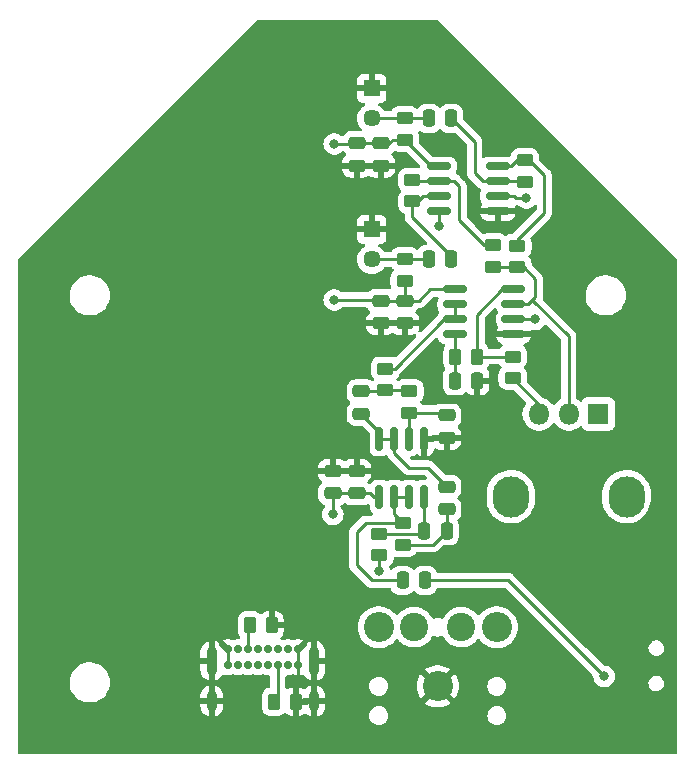
<source format=gbr>
G04 #@! TF.GenerationSoftware,KiCad,Pcbnew,7.0.1*
G04 #@! TF.CreationDate,2023-03-23T18:13:04+01:00*
G04 #@! TF.ProjectId,Project_Gmic,50726f6a-6563-4745-9f47-6d69632e6b69,V1.1*
G04 #@! TF.SameCoordinates,Original*
G04 #@! TF.FileFunction,Copper,L2,Bot*
G04 #@! TF.FilePolarity,Positive*
%FSLAX46Y46*%
G04 Gerber Fmt 4.6, Leading zero omitted, Abs format (unit mm)*
G04 Created by KiCad (PCBNEW 7.0.1) date 2023-03-23 18:13:04*
%MOMM*%
%LPD*%
G01*
G04 APERTURE LIST*
G04 Aperture macros list*
%AMRoundRect*
0 Rectangle with rounded corners*
0 $1 Rounding radius*
0 $2 $3 $4 $5 $6 $7 $8 $9 X,Y pos of 4 corners*
0 Add a 4 corners polygon primitive as box body*
4,1,4,$2,$3,$4,$5,$6,$7,$8,$9,$2,$3,0*
0 Add four circle primitives for the rounded corners*
1,1,$1+$1,$2,$3*
1,1,$1+$1,$4,$5*
1,1,$1+$1,$6,$7*
1,1,$1+$1,$8,$9*
0 Add four rect primitives between the rounded corners*
20,1,$1+$1,$2,$3,$4,$5,0*
20,1,$1+$1,$4,$5,$6,$7,0*
20,1,$1+$1,$6,$7,$8,$9,0*
20,1,$1+$1,$8,$9,$2,$3,0*%
G04 Aperture macros list end*
G04 #@! TA.AperFunction,ComponentPad*
%ADD10O,3.100000X3.500000*%
G04 #@! TD*
G04 #@! TA.AperFunction,ComponentPad*
%ADD11R,1.800000X1.800000*%
G04 #@! TD*
G04 #@! TA.AperFunction,ComponentPad*
%ADD12O,1.800000X1.800000*%
G04 #@! TD*
G04 #@! TA.AperFunction,ComponentPad*
%ADD13C,2.550000*%
G04 #@! TD*
G04 #@! TA.AperFunction,ComponentPad*
%ADD14C,2.400000*%
G04 #@! TD*
G04 #@! TA.AperFunction,ComponentPad*
%ADD15C,0.700000*%
G04 #@! TD*
G04 #@! TA.AperFunction,ComponentPad*
%ADD16O,0.900000X2.400000*%
G04 #@! TD*
G04 #@! TA.AperFunction,ComponentPad*
%ADD17O,0.900000X1.700000*%
G04 #@! TD*
G04 #@! TA.AperFunction,ComponentPad*
%ADD18R,1.446000X1.446000*%
G04 #@! TD*
G04 #@! TA.AperFunction,ComponentPad*
%ADD19C,1.446000*%
G04 #@! TD*
G04 #@! TA.AperFunction,SMDPad,CuDef*
%ADD20RoundRect,0.250000X0.250000X0.475000X-0.250000X0.475000X-0.250000X-0.475000X0.250000X-0.475000X0*%
G04 #@! TD*
G04 #@! TA.AperFunction,SMDPad,CuDef*
%ADD21RoundRect,0.250000X0.475000X-0.250000X0.475000X0.250000X-0.475000X0.250000X-0.475000X-0.250000X0*%
G04 #@! TD*
G04 #@! TA.AperFunction,SMDPad,CuDef*
%ADD22RoundRect,0.250000X-0.250000X-0.475000X0.250000X-0.475000X0.250000X0.475000X-0.250000X0.475000X0*%
G04 #@! TD*
G04 #@! TA.AperFunction,SMDPad,CuDef*
%ADD23RoundRect,0.250000X-0.475000X0.250000X-0.475000X-0.250000X0.475000X-0.250000X0.475000X0.250000X0*%
G04 #@! TD*
G04 #@! TA.AperFunction,SMDPad,CuDef*
%ADD24RoundRect,0.250000X0.450000X-0.262500X0.450000X0.262500X-0.450000X0.262500X-0.450000X-0.262500X0*%
G04 #@! TD*
G04 #@! TA.AperFunction,SMDPad,CuDef*
%ADD25RoundRect,0.250000X-0.262500X-0.450000X0.262500X-0.450000X0.262500X0.450000X-0.262500X0.450000X0*%
G04 #@! TD*
G04 #@! TA.AperFunction,SMDPad,CuDef*
%ADD26RoundRect,0.250000X-0.450000X0.262500X-0.450000X-0.262500X0.450000X-0.262500X0.450000X0.262500X0*%
G04 #@! TD*
G04 #@! TA.AperFunction,SMDPad,CuDef*
%ADD27RoundRect,0.150000X0.825000X0.150000X-0.825000X0.150000X-0.825000X-0.150000X0.825000X-0.150000X0*%
G04 #@! TD*
G04 #@! TA.AperFunction,SMDPad,CuDef*
%ADD28RoundRect,0.150000X-0.150000X0.825000X-0.150000X-0.825000X0.150000X-0.825000X0.150000X0.825000X0*%
G04 #@! TD*
G04 #@! TA.AperFunction,ViaPad*
%ADD29C,0.800000*%
G04 #@! TD*
G04 #@! TA.AperFunction,Conductor*
%ADD30C,0.250000*%
G04 #@! TD*
G04 APERTURE END LIST*
D10*
X51549000Y-131841000D03*
X41749000Y-131841000D03*
D11*
X49149000Y-124841000D03*
D12*
X46649000Y-124841000D03*
X44149000Y-124841000D03*
D13*
X35560000Y-147900000D03*
X40560000Y-142900000D03*
X30560000Y-142900000D03*
D14*
X37560000Y-142900000D03*
X33560000Y-142900000D03*
D15*
X17780000Y-144780000D03*
X18630000Y-144780000D03*
X19480000Y-144780000D03*
X20330000Y-144780000D03*
X21180000Y-144780000D03*
X22030000Y-144780000D03*
X22880000Y-144780000D03*
X23730000Y-144780000D03*
X23730000Y-146130000D03*
X22880000Y-146130000D03*
X22030000Y-146130000D03*
X21180000Y-146130000D03*
X20330000Y-146130000D03*
X19480000Y-146130000D03*
X18630000Y-146130000D03*
X17780000Y-146130000D03*
D16*
X16430000Y-145760000D03*
D17*
X16430000Y-149140000D03*
D16*
X25080000Y-145760000D03*
D17*
X25080000Y-149140000D03*
D18*
X29972000Y-97282000D03*
D19*
X29972000Y-99822000D03*
D18*
X29972000Y-109220000D03*
D19*
X29972000Y-111760000D03*
D20*
X36698000Y-99822000D03*
X34798000Y-99822000D03*
X36698000Y-111760000D03*
X34798000Y-111760000D03*
D21*
X36322000Y-132903000D03*
X36322000Y-131003000D03*
D22*
X34417000Y-134747000D03*
X36317000Y-134747000D03*
D21*
X29083000Y-124836000D03*
X29083000Y-122936000D03*
D23*
X30734000Y-101920000D03*
X30734000Y-103820000D03*
D21*
X36322000Y-126873000D03*
X36322000Y-124973000D03*
D23*
X28702000Y-101920000D03*
X28702000Y-103820000D03*
D21*
X26670000Y-131572000D03*
X26670000Y-129672000D03*
D24*
X32766000Y-101623500D03*
X32766000Y-99798500D03*
D25*
X21693500Y-149225000D03*
X23518500Y-149225000D03*
D24*
X32766000Y-113561500D03*
X32766000Y-111736500D03*
D25*
X37060500Y-120015000D03*
X38885500Y-120015000D03*
D26*
X32639000Y-134088500D03*
X32639000Y-135913500D03*
D24*
X30607000Y-136802500D03*
X30607000Y-134977500D03*
D26*
X42926000Y-103378000D03*
X42926000Y-105203000D03*
X33401000Y-105029000D03*
X33401000Y-106854000D03*
D24*
X42291000Y-112418500D03*
X42291000Y-110593500D03*
X40259000Y-112395000D03*
X40259000Y-110570000D03*
X31115000Y-122832500D03*
X31115000Y-121007500D03*
X33147000Y-124737500D03*
X33147000Y-122912500D03*
D26*
X41910000Y-119991500D03*
X41910000Y-121816500D03*
D23*
X32766000Y-115255000D03*
X32766000Y-117155000D03*
D20*
X34478000Y-138938000D03*
X32578000Y-138938000D03*
D21*
X28702000Y-131572000D03*
X28702000Y-129672000D03*
D27*
X40640000Y-103886000D03*
X40640000Y-105156000D03*
X40640000Y-106426000D03*
X40640000Y-107696000D03*
X35690000Y-107696000D03*
X35690000Y-106426000D03*
X35690000Y-105156000D03*
X35690000Y-103886000D03*
X41972000Y-114300000D03*
X41972000Y-115570000D03*
X41972000Y-116840000D03*
X41972000Y-118110000D03*
X37022000Y-118110000D03*
X37022000Y-116840000D03*
X37022000Y-115570000D03*
X37022000Y-114300000D03*
D28*
X30607000Y-126938000D03*
X31877000Y-126938000D03*
X33147000Y-126938000D03*
X34417000Y-126938000D03*
X34417000Y-131888000D03*
X33147000Y-131888000D03*
X31877000Y-131888000D03*
X30607000Y-131888000D03*
D20*
X38923000Y-122047000D03*
X37023000Y-122047000D03*
D23*
X30734000Y-115255000D03*
X30734000Y-117155000D03*
D25*
X19661500Y-142748000D03*
X21486500Y-142748000D03*
D29*
X22860000Y-139192000D03*
X18796000Y-139192000D03*
X17780000Y-125222000D03*
X44340000Y-119000000D03*
X21082000Y-138430000D03*
X35340000Y-102000000D03*
X26797000Y-101981000D03*
X26797000Y-115189000D03*
X26670000Y-133350000D03*
X49657000Y-147066000D03*
X35687000Y-108966000D03*
X43815000Y-116840000D03*
X30607000Y-138176000D03*
X43053000Y-106553000D03*
D30*
X29972000Y-99822000D02*
X32742500Y-99822000D01*
X32742500Y-99822000D02*
X32766000Y-99798500D01*
X34774500Y-99798500D02*
X34798000Y-99822000D01*
X32766000Y-99798500D02*
X34774500Y-99798500D01*
X42291000Y-103378000D02*
X42926000Y-103378000D01*
X43307000Y-103378000D02*
X42926000Y-103378000D01*
X40640000Y-103886000D02*
X41783000Y-103886000D01*
X42291000Y-110109000D02*
X44577000Y-107823000D01*
X41783000Y-103886000D02*
X42291000Y-103378000D01*
X42291000Y-110593500D02*
X42291000Y-110109000D01*
X44577000Y-107823000D02*
X44577000Y-104648000D01*
X44577000Y-104648000D02*
X43307000Y-103378000D01*
X40640000Y-105156000D02*
X39370000Y-105156000D01*
X42879000Y-105156000D02*
X42926000Y-105203000D01*
X38677000Y-101801000D02*
X38677000Y-104463000D01*
X40640000Y-105156000D02*
X42879000Y-105156000D01*
X36698000Y-99822000D02*
X38677000Y-101801000D01*
X39370000Y-105156000D02*
X38677000Y-104463000D01*
X32766000Y-111736500D02*
X32742500Y-111760000D01*
X32789500Y-111760000D02*
X32766000Y-111736500D01*
X34798000Y-111760000D02*
X32789500Y-111760000D01*
X32742500Y-111760000D02*
X29972000Y-111760000D01*
X36698000Y-111501000D02*
X33401000Y-108204000D01*
X36698000Y-111760000D02*
X36698000Y-111501000D01*
X33862000Y-106854000D02*
X34290000Y-106426000D01*
X35690000Y-106426000D02*
X34290000Y-106426000D01*
X33401000Y-108204000D02*
X33401000Y-106854000D01*
X33401000Y-106854000D02*
X33862000Y-106854000D01*
X36317000Y-134747000D02*
X36317000Y-132908000D01*
X35150500Y-135913500D02*
X36317000Y-134747000D01*
X36317000Y-132908000D02*
X36322000Y-132903000D01*
X32639000Y-135913500D02*
X35150500Y-135913500D01*
X31877000Y-128143000D02*
X33147000Y-129413000D01*
X34732000Y-129413000D02*
X33147000Y-129413000D01*
X30607000Y-126360000D02*
X29083000Y-124836000D01*
X31877000Y-126938000D02*
X31877000Y-128143000D01*
X36322000Y-131003000D02*
X34732000Y-129413000D01*
X30607000Y-126938000D02*
X30607000Y-126360000D01*
X30607000Y-126938000D02*
X31877000Y-126938000D01*
X23730000Y-144780000D02*
X23730000Y-146130000D01*
X17780000Y-144780000D02*
X17780000Y-146130000D01*
X23730000Y-147810000D02*
X23540000Y-148000000D01*
X23540000Y-148000000D02*
X23540000Y-149203500D01*
X23730000Y-146130000D02*
X23730000Y-147810000D01*
X23540000Y-149203500D02*
X23518500Y-149225000D01*
X37060500Y-120015000D02*
X37060500Y-118148500D01*
X37060500Y-118148500D02*
X37022000Y-118110000D01*
X37023000Y-122047000D02*
X37023000Y-120052500D01*
X37023000Y-120052500D02*
X37060500Y-120015000D01*
X33067000Y-122832500D02*
X33147000Y-122912500D01*
X29083000Y-122936000D02*
X31011500Y-122936000D01*
X31011500Y-122936000D02*
X31115000Y-122832500D01*
X31115000Y-122832500D02*
X33067000Y-122832500D01*
X34417000Y-131888000D02*
X34417000Y-134747000D01*
X30607000Y-134977500D02*
X34186500Y-134977500D01*
X34186500Y-134977500D02*
X34417000Y-134747000D01*
X26797000Y-101981000D02*
X28641000Y-101981000D01*
X28641000Y-101981000D02*
X28702000Y-101920000D01*
X37022000Y-114300000D02*
X34925000Y-114300000D01*
X30607000Y-131888000D02*
X30161000Y-131888000D01*
X30668000Y-115189000D02*
X30734000Y-115255000D01*
X30161000Y-131888000D02*
X29845000Y-131572000D01*
X29845000Y-131572000D02*
X28702000Y-131572000D01*
X32766000Y-115255000D02*
X32766000Y-113561500D01*
X26670000Y-133350000D02*
X26670000Y-131572000D01*
X26797000Y-115189000D02*
X30668000Y-115189000D01*
X26670000Y-131572000D02*
X28702000Y-131572000D01*
X35690000Y-103886000D02*
X35028500Y-103886000D01*
X30734000Y-101920000D02*
X31453500Y-101920000D01*
X35028500Y-103886000D02*
X32766000Y-101623500D01*
X30734000Y-115255000D02*
X32766000Y-115255000D01*
X31453500Y-101920000D02*
X31750000Y-101623500D01*
X28702000Y-101920000D02*
X30734000Y-101920000D01*
X34925000Y-114300000D02*
X33970000Y-115255000D01*
X33970000Y-115255000D02*
X32766000Y-115255000D01*
X32766000Y-101623500D02*
X31750000Y-101623500D01*
X33147000Y-124737500D02*
X36086500Y-124737500D01*
X33147000Y-124737500D02*
X33147000Y-126938000D01*
X36086500Y-124737500D02*
X36322000Y-124973000D01*
X19480000Y-144780000D02*
X19480000Y-142929500D01*
X41910000Y-119991500D02*
X38909000Y-119991500D01*
X41021000Y-114300000D02*
X41972000Y-114300000D01*
X38885500Y-116435500D02*
X41021000Y-114300000D01*
X38909000Y-119991500D02*
X38885500Y-120015000D01*
X38885500Y-120015000D02*
X38885500Y-116435500D01*
X32578000Y-138938000D02*
X29972000Y-138938000D01*
X29487500Y-134088500D02*
X32639000Y-134088500D01*
X31877000Y-131888000D02*
X31877000Y-133326500D01*
X29972000Y-138938000D02*
X28702000Y-137668000D01*
X28702000Y-134874000D02*
X29487500Y-134088500D01*
X31877000Y-133326500D02*
X32639000Y-134088500D01*
X31877000Y-131888000D02*
X33147000Y-131888000D01*
X28702000Y-137668000D02*
X28702000Y-134874000D01*
X49657000Y-147066000D02*
X41529000Y-138938000D01*
X41529000Y-138938000D02*
X34478000Y-138938000D01*
X22030000Y-148888500D02*
X21693500Y-149225000D01*
X22030000Y-146130000D02*
X22030000Y-148888500D01*
X35687000Y-108966000D02*
X35687000Y-107699000D01*
X35687000Y-107699000D02*
X35690000Y-107696000D01*
X40640000Y-106426000D02*
X42037000Y-106426000D01*
X43053000Y-106553000D02*
X42164000Y-106553000D01*
X41972000Y-116840000D02*
X43815000Y-116840000D01*
X30607000Y-136802500D02*
X30607000Y-138176000D01*
X42164000Y-106553000D02*
X42037000Y-106426000D01*
X35690000Y-105156000D02*
X33528000Y-105156000D01*
X33528000Y-105156000D02*
X33401000Y-105029000D01*
X37370500Y-105569500D02*
X37370500Y-108430500D01*
X35690000Y-105156000D02*
X36957000Y-105156000D01*
X37370500Y-108430500D02*
X39510000Y-110570000D01*
X39510000Y-110570000D02*
X40259000Y-110570000D01*
X36957000Y-105156000D02*
X37370500Y-105569500D01*
X43180000Y-115570000D02*
X43561000Y-115189000D01*
X41972000Y-115570000D02*
X43180000Y-115570000D01*
X43815000Y-113411000D02*
X42822500Y-112418500D01*
X46649000Y-118277000D02*
X43561000Y-115189000D01*
X43815000Y-114935000D02*
X43815000Y-113411000D01*
X43561000Y-115189000D02*
X43815000Y-114935000D01*
X42822500Y-112418500D02*
X42291000Y-112418500D01*
X46649000Y-124841000D02*
X46649000Y-118277000D01*
X40259000Y-112395000D02*
X42267500Y-112395000D01*
X42267500Y-112395000D02*
X42291000Y-112418500D01*
X31115000Y-121007500D02*
X31900500Y-121007500D01*
X31900500Y-121007500D02*
X36068000Y-116840000D01*
X36068000Y-116840000D02*
X37022000Y-116840000D01*
X37022000Y-116840000D02*
X37022000Y-115570000D01*
X44149000Y-124055500D02*
X44149000Y-124841000D01*
X41910000Y-121816500D02*
X44149000Y-124055500D01*
G04 #@! TA.AperFunction,Conductor*
G36*
X40495422Y-115896874D02*
G01*
X40528734Y-115952205D01*
X40536842Y-115980116D01*
X40537855Y-115983601D01*
X40569346Y-116036850D01*
X40630650Y-116140508D01*
X40627071Y-116142624D01*
X40644256Y-116172389D01*
X40644256Y-116237611D01*
X40627071Y-116267375D01*
X40630650Y-116269492D01*
X40537854Y-116426400D01*
X40491438Y-116586166D01*
X40488500Y-116623503D01*
X40488500Y-117056497D01*
X40491438Y-117093833D01*
X40537854Y-117253599D01*
X40537855Y-117253601D01*
X40567363Y-117303497D01*
X40630650Y-117410508D01*
X40627189Y-117412554D01*
X40644591Y-117442676D01*
X40644644Y-117507833D01*
X40627464Y-117537681D01*
X40631048Y-117539801D01*
X40538318Y-117696600D01*
X40492007Y-117856000D01*
X43451993Y-117856000D01*
X43458932Y-117846756D01*
X43458236Y-117818743D01*
X43488531Y-117762065D01*
X43542838Y-117727701D01*
X43607026Y-117724590D01*
X43691927Y-117742636D01*
X43719512Y-117748500D01*
X43719513Y-117748500D01*
X43910485Y-117748500D01*
X43910487Y-117748500D01*
X44097288Y-117708794D01*
X44271752Y-117631118D01*
X44426253Y-117518866D01*
X44554040Y-117376944D01*
X44581378Y-117329592D01*
X44620496Y-117287827D01*
X44674051Y-117267670D01*
X44730999Y-117273279D01*
X44779593Y-117303497D01*
X45978595Y-118502499D01*
X46005909Y-118543376D01*
X46015500Y-118591594D01*
X46015500Y-123507227D01*
X45997741Y-123571724D01*
X45949470Y-123618040D01*
X45875986Y-123657807D01*
X45691779Y-123801182D01*
X45533683Y-123972920D01*
X45504482Y-124017616D01*
X45458969Y-124059514D01*
X45399000Y-124074700D01*
X45339031Y-124059514D01*
X45293518Y-124017616D01*
X45264316Y-123972920D01*
X45264315Y-123972919D01*
X45264314Y-123972917D01*
X45106220Y-123801182D01*
X44922017Y-123657810D01*
X44848528Y-123618040D01*
X44716726Y-123546712D01*
X44495950Y-123470919D01*
X44492999Y-123470427D01*
X44456073Y-123458175D01*
X44424646Y-123435241D01*
X43155404Y-122165999D01*
X43128090Y-122125122D01*
X43118499Y-122076904D01*
X43118499Y-121503460D01*
X43118499Y-121503456D01*
X43107887Y-121399574D01*
X43052115Y-121231262D01*
X42959030Y-121080348D01*
X42871775Y-120993093D01*
X42839165Y-120936611D01*
X42839165Y-120871389D01*
X42871775Y-120814906D01*
X42959030Y-120727652D01*
X43052115Y-120576738D01*
X43107887Y-120408426D01*
X43118500Y-120304545D01*
X43118499Y-119678456D01*
X43107887Y-119574574D01*
X43052115Y-119406262D01*
X42959030Y-119255348D01*
X42959028Y-119255346D01*
X42959027Y-119255344D01*
X42832585Y-119128902D01*
X42798605Y-119066798D01*
X42803476Y-118996173D01*
X42845661Y-118939323D01*
X42889516Y-118922670D01*
X42888353Y-118918667D01*
X43060398Y-118868682D01*
X43203501Y-118784052D01*
X43321052Y-118666501D01*
X43405681Y-118523399D01*
X43451993Y-118364000D01*
X40492007Y-118364000D01*
X40538318Y-118523399D01*
X40622947Y-118666501D01*
X40740498Y-118784052D01*
X40883601Y-118868682D01*
X40968803Y-118893436D01*
X41018979Y-118921724D01*
X41051323Y-118969387D01*
X41059074Y-119026464D01*
X41040614Y-119081027D01*
X40999800Y-119121672D01*
X40986346Y-119129970D01*
X40860971Y-119255345D01*
X40834570Y-119298148D01*
X40788736Y-119342024D01*
X40727330Y-119358000D01*
X39969452Y-119358000D01*
X39918427Y-119347206D01*
X39876144Y-119316673D01*
X39849848Y-119271634D01*
X39844450Y-119255344D01*
X39840115Y-119242262D01*
X39747030Y-119091348D01*
X39747028Y-119091346D01*
X39747027Y-119091344D01*
X39621654Y-118965971D01*
X39578852Y-118939570D01*
X39534976Y-118893736D01*
X39519000Y-118832330D01*
X39519000Y-116750095D01*
X39528591Y-116701877D01*
X39555905Y-116661000D01*
X40318642Y-115898263D01*
X40374489Y-115865824D01*
X40439072Y-115865317D01*
X40495422Y-115896874D01*
G37*
G04 #@! TD.AperFunction*
G04 #@! TA.AperFunction,Conductor*
G36*
X35809410Y-100736943D02*
G01*
X35836201Y-100762593D01*
X35838556Y-100760239D01*
X35974344Y-100896027D01*
X35974346Y-100896028D01*
X35974348Y-100896030D01*
X36125262Y-100989115D01*
X36293574Y-101044887D01*
X36397455Y-101055500D01*
X36983405Y-101055499D01*
X37031623Y-101065090D01*
X37072500Y-101092404D01*
X38006595Y-102026499D01*
X38033909Y-102067376D01*
X38043500Y-102115594D01*
X38043500Y-104379147D01*
X38041204Y-104399935D01*
X38043438Y-104470986D01*
X38043500Y-104474945D01*
X38043500Y-104502857D01*
X38044007Y-104506873D01*
X38044937Y-104518696D01*
X38046326Y-104562892D01*
X38051977Y-104582341D01*
X38055986Y-104601696D01*
X38058525Y-104621794D01*
X38058525Y-104621796D01*
X38058526Y-104621797D01*
X38065738Y-104640014D01*
X38074801Y-104662903D01*
X38078644Y-104674130D01*
X38090980Y-104716590D01*
X38090982Y-104716593D01*
X38100006Y-104731853D01*
X38101294Y-104734030D01*
X38109987Y-104751774D01*
X38112255Y-104757501D01*
X38117449Y-104770619D01*
X38143431Y-104806380D01*
X38149948Y-104816301D01*
X38172458Y-104854363D01*
X38186778Y-104868683D01*
X38199618Y-104883716D01*
X38211526Y-104900105D01*
X38245598Y-104928292D01*
X38254378Y-104936282D01*
X38862752Y-105544656D01*
X38875831Y-105560981D01*
X38927650Y-105609642D01*
X38930461Y-105612366D01*
X38950230Y-105632135D01*
X38953443Y-105634627D01*
X38962433Y-105642306D01*
X38994679Y-105672586D01*
X39012426Y-105682342D01*
X39028950Y-105693196D01*
X39044959Y-105705614D01*
X39085542Y-105723175D01*
X39096193Y-105728393D01*
X39134940Y-105749695D01*
X39154560Y-105754732D01*
X39173256Y-105761132D01*
X39186369Y-105766807D01*
X39240537Y-105811620D01*
X39262263Y-105878483D01*
X39244779Y-105946580D01*
X39205855Y-106012397D01*
X39159438Y-106172166D01*
X39156500Y-106209503D01*
X39156500Y-106642497D01*
X39159438Y-106679833D01*
X39180489Y-106752290D01*
X39205855Y-106839601D01*
X39256097Y-106924556D01*
X39298650Y-106996508D01*
X39295189Y-106998554D01*
X39312591Y-107028676D01*
X39312644Y-107093833D01*
X39295464Y-107123681D01*
X39299048Y-107125801D01*
X39206318Y-107282600D01*
X39160007Y-107442000D01*
X42119992Y-107442000D01*
X42092582Y-107347654D01*
X42089629Y-107289863D01*
X42112819Y-107236847D01*
X42157260Y-107199787D01*
X42213579Y-107186500D01*
X42344800Y-107186500D01*
X42396048Y-107197393D01*
X42438435Y-107228188D01*
X42441746Y-107231866D01*
X42495508Y-107270926D01*
X42596248Y-107344118D01*
X42770712Y-107421794D01*
X42957513Y-107461500D01*
X43148485Y-107461500D01*
X43148487Y-107461500D01*
X43335288Y-107421794D01*
X43509752Y-107344118D01*
X43664253Y-107231866D01*
X43706321Y-107185145D01*
X43723864Y-107165662D01*
X43773580Y-107131875D01*
X43833292Y-107124966D01*
X43889410Y-107146507D01*
X43929162Y-107191597D01*
X43943500Y-107249972D01*
X43943500Y-107508405D01*
X43933909Y-107556623D01*
X43906597Y-107597497D01*
X42348166Y-109155928D01*
X41968498Y-109535596D01*
X41927622Y-109562909D01*
X41879404Y-109572500D01*
X41790460Y-109572500D01*
X41686573Y-109583113D01*
X41548917Y-109628727D01*
X41518262Y-109638885D01*
X41405448Y-109708470D01*
X41354813Y-109739702D01*
X41352955Y-109736690D01*
X41319338Y-109756090D01*
X41254126Y-109756080D01*
X41197654Y-109723472D01*
X41182652Y-109708470D01*
X41031738Y-109615385D01*
X40863426Y-109559613D01*
X40759545Y-109549000D01*
X40759540Y-109549000D01*
X39758459Y-109549000D01*
X39654573Y-109559613D01*
X39533765Y-109599644D01*
X39465075Y-109602643D01*
X39405038Y-109569134D01*
X38731696Y-108895792D01*
X38040905Y-108205000D01*
X38013591Y-108164123D01*
X38004000Y-108115905D01*
X38004000Y-107950000D01*
X39160007Y-107950000D01*
X39206318Y-108109399D01*
X39290947Y-108252501D01*
X39408498Y-108370052D01*
X39551600Y-108454681D01*
X39711247Y-108501064D01*
X39748547Y-108504000D01*
X40386000Y-108504000D01*
X40386000Y-107950000D01*
X40894000Y-107950000D01*
X40894000Y-108503999D01*
X41531454Y-108503999D01*
X41568752Y-108501064D01*
X41728398Y-108454682D01*
X41871501Y-108370052D01*
X41989052Y-108252501D01*
X42073681Y-108109399D01*
X42119993Y-107950000D01*
X40894000Y-107950000D01*
X40386000Y-107950000D01*
X39160007Y-107950000D01*
X38004000Y-107950000D01*
X38004000Y-105653353D01*
X38006295Y-105632564D01*
X38005661Y-105612398D01*
X38004062Y-105561514D01*
X38004000Y-105557555D01*
X38004000Y-105529649D01*
X38004000Y-105529644D01*
X38003492Y-105525631D01*
X38002561Y-105513797D01*
X38001173Y-105469610D01*
X37995520Y-105450156D01*
X37991512Y-105430798D01*
X37988974Y-105410703D01*
X37972690Y-105369577D01*
X37968859Y-105358388D01*
X37956518Y-105315907D01*
X37946204Y-105298468D01*
X37937508Y-105280716D01*
X37930052Y-105261883D01*
X37904071Y-105226124D01*
X37897550Y-105216198D01*
X37875042Y-105178137D01*
X37875041Y-105178136D01*
X37860713Y-105163808D01*
X37847876Y-105148777D01*
X37835973Y-105132393D01*
X37801906Y-105104211D01*
X37793126Y-105096221D01*
X37464244Y-104767339D01*
X37451171Y-104751021D01*
X37433077Y-104734030D01*
X37399348Y-104702356D01*
X37396537Y-104699632D01*
X37376770Y-104679865D01*
X37373575Y-104677386D01*
X37364553Y-104669681D01*
X37362443Y-104667700D01*
X37332321Y-104639414D01*
X37332320Y-104639413D01*
X37314567Y-104629653D01*
X37298041Y-104618797D01*
X37282041Y-104606386D01*
X37241466Y-104588828D01*
X37230804Y-104583604D01*
X37192063Y-104562305D01*
X37178313Y-104558775D01*
X37172437Y-104557266D01*
X37153725Y-104550859D01*
X37143014Y-104546223D01*
X37088847Y-104501407D01*
X37067125Y-104434544D01*
X37084610Y-104366451D01*
X37090861Y-104355880D01*
X37124145Y-104299601D01*
X37170562Y-104139831D01*
X37173500Y-104102502D01*
X37173500Y-103669498D01*
X37170562Y-103632169D01*
X37124145Y-103472399D01*
X37039453Y-103329193D01*
X37039451Y-103329191D01*
X37039450Y-103329189D01*
X36921810Y-103211549D01*
X36859023Y-103174417D01*
X36778601Y-103126855D01*
X36778600Y-103126854D01*
X36778599Y-103126854D01*
X36618833Y-103080438D01*
X36608165Y-103079598D01*
X36581502Y-103077500D01*
X36581497Y-103077500D01*
X35168095Y-103077500D01*
X35119877Y-103067909D01*
X35079000Y-103040595D01*
X34011404Y-101972999D01*
X33984090Y-101932122D01*
X33974499Y-101883904D01*
X33974499Y-101310460D01*
X33974499Y-101310456D01*
X33963887Y-101206574D01*
X33915060Y-101059223D01*
X33910455Y-100998436D01*
X33934927Y-100942599D01*
X33982748Y-100904787D01*
X34042724Y-100893852D01*
X34100810Y-100912352D01*
X34225262Y-100989115D01*
X34393574Y-101044887D01*
X34497455Y-101055500D01*
X35098544Y-101055499D01*
X35202426Y-101044887D01*
X35370738Y-100989115D01*
X35521652Y-100896030D01*
X35558121Y-100859561D01*
X35657444Y-100760239D01*
X35659798Y-100762593D01*
X35686590Y-100736943D01*
X35748000Y-100720965D01*
X35809410Y-100736943D01*
G37*
G04 #@! TD.AperFunction*
G04 #@! TA.AperFunction,Conductor*
G36*
X35545465Y-91475091D02*
G01*
X35586342Y-91502405D01*
X55817595Y-111733657D01*
X55844909Y-111774534D01*
X55854500Y-111822752D01*
X55854500Y-153518500D01*
X55837619Y-153581500D01*
X55791500Y-153627619D01*
X55728500Y-153644500D01*
X151500Y-153644500D01*
X88500Y-153627619D01*
X42381Y-153581500D01*
X25500Y-153518500D01*
X25500Y-149394000D01*
X15472000Y-149394000D01*
X15472000Y-149588586D01*
X15486771Y-149733843D01*
X15545096Y-149919737D01*
X15639654Y-150090100D01*
X15766564Y-150237931D01*
X15920639Y-150357194D01*
X16095563Y-150442998D01*
X16176000Y-150463825D01*
X16176000Y-149394000D01*
X16684000Y-149394000D01*
X16684000Y-150467520D01*
X16854073Y-150404533D01*
X17019421Y-150301469D01*
X17160640Y-150167231D01*
X17271943Y-150007319D01*
X17348780Y-149828267D01*
X17388000Y-149637419D01*
X17388000Y-149394000D01*
X16684000Y-149394000D01*
X16176000Y-149394000D01*
X15472000Y-149394000D01*
X25500Y-149394000D01*
X25500Y-147508674D01*
X4391748Y-147508674D01*
X4401749Y-147769598D01*
X4451460Y-148025923D01*
X4539722Y-148271671D01*
X4664458Y-148501056D01*
X4822749Y-148708716D01*
X5006960Y-148886000D01*
X5010886Y-148889778D01*
X5224456Y-149039999D01*
X5350513Y-149102414D01*
X5458453Y-149155859D01*
X5707397Y-149234642D01*
X5965443Y-149274500D01*
X5965445Y-149274500D01*
X6161177Y-149274500D01*
X6161181Y-149274500D01*
X6239243Y-149268506D01*
X6356344Y-149259516D01*
X6610586Y-149200021D01*
X6852766Y-149102414D01*
X7077208Y-148968982D01*
X7177829Y-148886000D01*
X15472000Y-148886000D01*
X16176000Y-148886000D01*
X16176000Y-147816174D01*
X16684000Y-147816174D01*
X16684000Y-148886000D01*
X17388000Y-148886000D01*
X17388000Y-148691414D01*
X17373228Y-148546156D01*
X17314903Y-148360262D01*
X17220345Y-148189899D01*
X17093435Y-148042068D01*
X16939360Y-147922805D01*
X16764436Y-147837001D01*
X16684000Y-147816174D01*
X16176000Y-147816174D01*
X16176000Y-147812479D01*
X16005926Y-147875466D01*
X15840578Y-147978530D01*
X15699359Y-148112768D01*
X15588056Y-148272680D01*
X15511219Y-148451732D01*
X15472000Y-148642581D01*
X15472000Y-148886000D01*
X7177829Y-148886000D01*
X7278652Y-148802852D01*
X7452375Y-148607920D01*
X7594306Y-148388753D01*
X7701118Y-148150489D01*
X7770307Y-147898713D01*
X7800252Y-147639325D01*
X7792517Y-147437520D01*
X16684000Y-147437520D01*
X16854073Y-147374533D01*
X17019421Y-147271469D01*
X17160640Y-147137231D01*
X17279264Y-146966800D01*
X17280983Y-146967996D01*
X17310779Y-146930336D01*
X17372023Y-146906347D01*
X17437011Y-146916489D01*
X17513402Y-146950500D01*
X17689823Y-146988000D01*
X17870177Y-146988000D01*
X18046599Y-146950499D01*
X18153134Y-146903067D01*
X18204384Y-146892173D01*
X18255630Y-146903065D01*
X18363248Y-146950980D01*
X18539768Y-146988500D01*
X18720230Y-146988500D01*
X18720232Y-146988500D01*
X18896752Y-146950980D01*
X19003753Y-146903339D01*
X19055000Y-146892447D01*
X19106246Y-146903339D01*
X19213248Y-146950980D01*
X19389768Y-146988500D01*
X19570230Y-146988500D01*
X19570232Y-146988500D01*
X19746752Y-146950980D01*
X19853753Y-146903339D01*
X19905000Y-146892447D01*
X19956246Y-146903339D01*
X20063248Y-146950980D01*
X20239768Y-146988500D01*
X20420230Y-146988500D01*
X20420232Y-146988500D01*
X20596752Y-146950980D01*
X20703753Y-146903339D01*
X20755000Y-146892447D01*
X20806246Y-146903339D01*
X20913248Y-146950980D01*
X21089768Y-146988500D01*
X21089770Y-146988500D01*
X21270500Y-146988500D01*
X21333500Y-147005381D01*
X21379619Y-147051500D01*
X21396500Y-147114500D01*
X21396500Y-147901078D01*
X21381694Y-147960340D01*
X21340755Y-148005674D01*
X21283307Y-148026425D01*
X21277550Y-148027013D01*
X21276573Y-148027113D01*
X21108262Y-148082885D01*
X20957344Y-148175972D01*
X20831972Y-148301344D01*
X20831970Y-148301348D01*
X20738885Y-148452262D01*
X20683113Y-148620574D01*
X20674948Y-148700500D01*
X20672500Y-148724459D01*
X20672500Y-149725540D01*
X20677061Y-149770184D01*
X20683113Y-149829426D01*
X20738885Y-149997738D01*
X20795855Y-150090100D01*
X20831972Y-150148655D01*
X20957344Y-150274027D01*
X20957346Y-150274028D01*
X20957348Y-150274030D01*
X21108262Y-150367115D01*
X21276574Y-150422887D01*
X21380455Y-150433500D01*
X22006544Y-150433499D01*
X22110426Y-150422887D01*
X22278738Y-150367115D01*
X22429652Y-150274030D01*
X22465751Y-150237931D01*
X22517259Y-150186424D01*
X22573743Y-150153812D01*
X22638965Y-150153812D01*
X22695449Y-150186424D01*
X22782657Y-150273632D01*
X22933477Y-150366659D01*
X23101671Y-150422393D01*
X23205497Y-150433000D01*
X23264500Y-150433000D01*
X23772500Y-150433000D01*
X23831503Y-150433000D01*
X23935328Y-150422393D01*
X24103522Y-150366659D01*
X24254337Y-150273635D01*
X24266774Y-150261198D01*
X24318150Y-150230070D01*
X24378100Y-150226266D01*
X24432998Y-150250652D01*
X24570639Y-150357194D01*
X24745563Y-150442998D01*
X24826000Y-150463825D01*
X24826000Y-149394000D01*
X25334000Y-149394000D01*
X25334000Y-150467520D01*
X25504073Y-150404533D01*
X25511345Y-150400000D01*
X29754435Y-150400000D01*
X29774632Y-150579257D01*
X29834210Y-150749521D01*
X29930184Y-150902263D01*
X30057736Y-151029815D01*
X30057738Y-151029816D01*
X30210478Y-151125789D01*
X30380745Y-151185368D01*
X30515046Y-151200500D01*
X30604951Y-151200500D01*
X30604954Y-151200500D01*
X30739255Y-151185368D01*
X30909522Y-151125789D01*
X31062262Y-151029816D01*
X31189816Y-150902262D01*
X31285789Y-150749522D01*
X31345368Y-150579255D01*
X31365565Y-150400000D01*
X39754435Y-150400000D01*
X39774632Y-150579257D01*
X39834210Y-150749521D01*
X39930184Y-150902263D01*
X40057736Y-151029815D01*
X40057738Y-151029816D01*
X40210478Y-151125789D01*
X40380745Y-151185368D01*
X40515046Y-151200500D01*
X40604951Y-151200500D01*
X40604954Y-151200500D01*
X40739255Y-151185368D01*
X40909522Y-151125789D01*
X41062262Y-151029816D01*
X41189816Y-150902262D01*
X41285789Y-150749522D01*
X41345368Y-150579255D01*
X41365565Y-150400000D01*
X41345368Y-150220745D01*
X41285789Y-150050478D01*
X41189816Y-149897738D01*
X41189815Y-149897736D01*
X41062263Y-149770184D01*
X40909521Y-149674210D01*
X40739257Y-149614632D01*
X40685534Y-149608579D01*
X40604954Y-149599500D01*
X40515046Y-149599500D01*
X40447895Y-149607065D01*
X40380742Y-149614632D01*
X40210478Y-149674210D01*
X40057736Y-149770184D01*
X39930184Y-149897736D01*
X39834210Y-150050478D01*
X39774632Y-150220742D01*
X39754435Y-150400000D01*
X31365565Y-150400000D01*
X31345368Y-150220745D01*
X31285789Y-150050478D01*
X31189816Y-149897738D01*
X31189815Y-149897736D01*
X31062263Y-149770184D01*
X30909521Y-149674210D01*
X30739257Y-149614632D01*
X30685534Y-149608579D01*
X30604954Y-149599500D01*
X30515046Y-149599500D01*
X30447895Y-149607065D01*
X30380742Y-149614632D01*
X30210478Y-149674210D01*
X30057736Y-149770184D01*
X29930184Y-149897736D01*
X29834210Y-150050478D01*
X29774632Y-150220742D01*
X29754435Y-150400000D01*
X25511345Y-150400000D01*
X25669421Y-150301469D01*
X25810640Y-150167231D01*
X25921943Y-150007319D01*
X25998780Y-149828267D01*
X26038000Y-149637419D01*
X26038000Y-149394000D01*
X25334000Y-149394000D01*
X24826000Y-149394000D01*
X24578999Y-149394000D01*
X24563993Y-149409005D01*
X24562119Y-149416000D01*
X24516000Y-149462119D01*
X24453000Y-149479000D01*
X23772500Y-149479000D01*
X23772500Y-150433000D01*
X23264500Y-150433000D01*
X23264500Y-149328763D01*
X34490446Y-149328763D01*
X34665999Y-149448452D01*
X34906769Y-149564402D01*
X35162130Y-149643169D01*
X35426385Y-149683000D01*
X35693615Y-149683000D01*
X35957869Y-149643169D01*
X36213230Y-149564402D01*
X36454000Y-149448452D01*
X36629552Y-149328763D01*
X36629552Y-149328761D01*
X35560001Y-148259210D01*
X35559999Y-148259210D01*
X34490446Y-149328761D01*
X34490446Y-149328763D01*
X23264500Y-149328763D01*
X23264500Y-148971000D01*
X23772500Y-148971000D01*
X24082001Y-148971000D01*
X24097006Y-148955994D01*
X24098881Y-148949000D01*
X24145000Y-148902881D01*
X24208000Y-148886000D01*
X24826000Y-148886000D01*
X24826000Y-147816174D01*
X25334000Y-147816174D01*
X25334000Y-148886000D01*
X26038000Y-148886000D01*
X26038000Y-148691414D01*
X26023228Y-148546156D01*
X25964903Y-148360262D01*
X25870345Y-148189899D01*
X25743435Y-148042068D01*
X25589360Y-147922805D01*
X25542869Y-147900000D01*
X29754435Y-147900000D01*
X29758355Y-147934793D01*
X29774632Y-148079257D01*
X29834210Y-148249521D01*
X29930184Y-148402263D01*
X30057736Y-148529815D01*
X30210478Y-148625789D01*
X30353355Y-148675784D01*
X30380745Y-148685368D01*
X30515046Y-148700500D01*
X30604951Y-148700500D01*
X30604954Y-148700500D01*
X30739255Y-148685368D01*
X30909522Y-148625789D01*
X31062262Y-148529816D01*
X31189816Y-148402262D01*
X31285789Y-148249522D01*
X31345368Y-148079255D01*
X31365565Y-147900000D01*
X31365565Y-147899999D01*
X33772000Y-147899999D01*
X33791970Y-148166489D01*
X33851436Y-148427022D01*
X33949068Y-148675784D01*
X34082685Y-148907217D01*
X34131881Y-148968906D01*
X34131883Y-148968906D01*
X35200790Y-147900001D01*
X35919210Y-147900001D01*
X36988116Y-148968907D01*
X36988117Y-148968907D01*
X37037316Y-148907214D01*
X37170931Y-148675785D01*
X37268563Y-148427022D01*
X37328029Y-148166489D01*
X37347999Y-147900000D01*
X39754435Y-147900000D01*
X39758355Y-147934793D01*
X39774632Y-148079257D01*
X39834210Y-148249521D01*
X39930184Y-148402263D01*
X40057736Y-148529815D01*
X40210478Y-148625789D01*
X40353355Y-148675784D01*
X40380745Y-148685368D01*
X40515046Y-148700500D01*
X40604951Y-148700500D01*
X40604954Y-148700500D01*
X40739255Y-148685368D01*
X40909522Y-148625789D01*
X41062262Y-148529816D01*
X41189816Y-148402262D01*
X41285789Y-148249522D01*
X41345368Y-148079255D01*
X41365565Y-147900000D01*
X41345368Y-147720745D01*
X41285789Y-147550478D01*
X41237977Y-147474386D01*
X41189815Y-147397736D01*
X41062263Y-147270184D01*
X40909521Y-147174210D01*
X40739257Y-147114632D01*
X40685534Y-147108579D01*
X40604954Y-147099500D01*
X40515046Y-147099500D01*
X40447895Y-147107066D01*
X40380742Y-147114632D01*
X40210478Y-147174210D01*
X40057736Y-147270184D01*
X39930184Y-147397736D01*
X39834210Y-147550478D01*
X39774632Y-147720742D01*
X39757199Y-147875466D01*
X39754435Y-147900000D01*
X37347999Y-147900000D01*
X37347999Y-147899999D01*
X37328029Y-147633510D01*
X37268563Y-147372977D01*
X37170931Y-147124215D01*
X37037316Y-146892787D01*
X36988116Y-146831091D01*
X35919210Y-147899999D01*
X35919210Y-147900001D01*
X35200790Y-147900001D01*
X35200790Y-147899999D01*
X34131883Y-146831092D01*
X34131881Y-146831092D01*
X34082685Y-146892783D01*
X33949068Y-147124215D01*
X33851436Y-147372977D01*
X33791970Y-147633510D01*
X33772000Y-147899999D01*
X31365565Y-147899999D01*
X31345368Y-147720745D01*
X31285789Y-147550478D01*
X31237977Y-147474386D01*
X31189815Y-147397736D01*
X31062263Y-147270184D01*
X30909521Y-147174210D01*
X30739257Y-147114632D01*
X30685534Y-147108579D01*
X30604954Y-147099500D01*
X30515046Y-147099500D01*
X30447895Y-147107066D01*
X30380742Y-147114632D01*
X30210478Y-147174210D01*
X30057736Y-147270184D01*
X29930184Y-147397736D01*
X29834210Y-147550478D01*
X29774632Y-147720742D01*
X29757199Y-147875466D01*
X29754435Y-147900000D01*
X25542869Y-147900000D01*
X25414436Y-147837001D01*
X25334000Y-147816174D01*
X24826000Y-147816174D01*
X24826000Y-147812479D01*
X24655926Y-147875466D01*
X24490575Y-147978532D01*
X24341737Y-148120012D01*
X24294859Y-148148193D01*
X24240457Y-148153854D01*
X24188781Y-148135929D01*
X24103522Y-148083340D01*
X23935328Y-148027606D01*
X23831503Y-148017000D01*
X23772500Y-148017000D01*
X23772500Y-148971000D01*
X23264500Y-148971000D01*
X23264500Y-148017000D01*
X23205497Y-148017000D01*
X23101671Y-148027606D01*
X22933475Y-148083341D01*
X22855646Y-148131347D01*
X22792248Y-148150076D01*
X22728093Y-148134130D01*
X22680842Y-148087898D01*
X22663500Y-148024106D01*
X22663500Y-147114500D01*
X22680381Y-147051500D01*
X22726500Y-147005381D01*
X22789500Y-146988500D01*
X22970230Y-146988500D01*
X22970232Y-146988500D01*
X23146752Y-146950980D01*
X23254368Y-146903065D01*
X23305612Y-146892173D01*
X23356861Y-146903066D01*
X23463400Y-146950499D01*
X23639823Y-146988000D01*
X23820177Y-146988000D01*
X23996597Y-146950500D01*
X24077389Y-146914530D01*
X24138135Y-146903995D01*
X24196607Y-146923542D01*
X24238806Y-146968489D01*
X24289654Y-147060100D01*
X24416564Y-147207931D01*
X24570639Y-147327194D01*
X24745563Y-147412998D01*
X24826000Y-147433825D01*
X24826000Y-146014000D01*
X25334000Y-146014000D01*
X25334000Y-147437520D01*
X25504073Y-147374533D01*
X25669421Y-147271469D01*
X25810640Y-147137231D01*
X25921943Y-146977319D01*
X25998780Y-146798267D01*
X26038000Y-146607419D01*
X26038000Y-146471237D01*
X34490446Y-146471237D01*
X35559999Y-147540790D01*
X35560001Y-147540790D01*
X36629552Y-146471237D01*
X36629552Y-146471235D01*
X36454002Y-146351548D01*
X36213227Y-146235596D01*
X35957869Y-146156830D01*
X35693615Y-146117000D01*
X35426385Y-146117000D01*
X35162130Y-146156830D01*
X34906772Y-146235596D01*
X34666002Y-146351546D01*
X34490446Y-146471236D01*
X34490446Y-146471237D01*
X26038000Y-146471237D01*
X26038000Y-146014000D01*
X25334000Y-146014000D01*
X24826000Y-146014000D01*
X24826000Y-144086174D01*
X25334000Y-144086174D01*
X25334000Y-145506000D01*
X26038000Y-145506000D01*
X26038000Y-144961414D01*
X26023228Y-144816156D01*
X25964903Y-144630262D01*
X25870345Y-144459899D01*
X25743435Y-144312068D01*
X25589360Y-144192805D01*
X25414436Y-144107001D01*
X25334000Y-144086174D01*
X24826000Y-144086174D01*
X24826000Y-144082479D01*
X24655926Y-144145466D01*
X24490576Y-144248531D01*
X24479256Y-144259291D01*
X24479040Y-144276316D01*
X24488103Y-144292012D01*
X24488103Y-144357234D01*
X24455491Y-144413718D01*
X23954190Y-144915019D01*
X23901512Y-144946546D01*
X23840189Y-144949438D01*
X23784778Y-144923007D01*
X23748434Y-144873530D01*
X23739786Y-144812753D01*
X23743229Y-144780000D01*
X23724365Y-144600525D01*
X23705527Y-144542549D01*
X23702842Y-144474203D01*
X23736266Y-144414521D01*
X24131311Y-144019476D01*
X23996598Y-143959500D01*
X23820177Y-143922000D01*
X23639823Y-143922000D01*
X23463400Y-143959500D01*
X23356862Y-144006933D01*
X23305613Y-144017826D01*
X23254366Y-144006933D01*
X23146752Y-143959020D01*
X22970232Y-143921500D01*
X22789768Y-143921500D01*
X22613248Y-143959020D01*
X22613246Y-143959020D01*
X22613245Y-143959021D01*
X22506248Y-144006659D01*
X22455000Y-144017552D01*
X22403751Y-144006659D01*
X22300385Y-143960637D01*
X22252684Y-143923535D01*
X22227744Y-143868491D01*
X22231302Y-143808165D01*
X22262539Y-143756434D01*
X22347634Y-143671339D01*
X22440659Y-143520522D01*
X22496393Y-143352328D01*
X22507000Y-143248503D01*
X22507000Y-143002000D01*
X21358500Y-143002000D01*
X21295500Y-142985119D01*
X21249381Y-142939000D01*
X21238931Y-142900000D01*
X28771499Y-142900000D01*
X28791475Y-143166563D01*
X28850957Y-143427171D01*
X28948616Y-143676002D01*
X29082271Y-143907498D01*
X29209766Y-144067373D01*
X29248936Y-144116490D01*
X29444888Y-144298306D01*
X29665750Y-144448887D01*
X29884308Y-144554140D01*
X29906589Y-144564870D01*
X29973715Y-144585575D01*
X30162021Y-144643660D01*
X30426345Y-144683500D01*
X30693653Y-144683500D01*
X30693655Y-144683500D01*
X30957979Y-144643660D01*
X31213413Y-144564869D01*
X31454251Y-144448887D01*
X31675112Y-144298306D01*
X31871064Y-144116490D01*
X32009453Y-143942954D01*
X32053294Y-143907992D01*
X32107964Y-143895514D01*
X32162634Y-143907992D01*
X32206475Y-143942955D01*
X32304065Y-144065330D01*
X32304068Y-144065332D01*
X32304069Y-144065334D01*
X32359201Y-144116489D01*
X32491784Y-144239508D01*
X32598211Y-144312068D01*
X32703355Y-144383754D01*
X32797087Y-144428893D01*
X32934064Y-144494858D01*
X32988635Y-144511690D01*
X33178757Y-144570335D01*
X33431966Y-144608500D01*
X33688032Y-144608500D01*
X33688034Y-144608500D01*
X33941243Y-144570335D01*
X34185935Y-144494858D01*
X34416646Y-144383754D01*
X34628219Y-144239505D01*
X34815931Y-144065334D01*
X34975587Y-143865131D01*
X35077828Y-143688044D01*
X35117271Y-143646063D01*
X35171279Y-143626024D01*
X35228561Y-143632117D01*
X35369056Y-143681278D01*
X35380745Y-143685368D01*
X35515046Y-143700500D01*
X35604951Y-143700500D01*
X35604954Y-143700500D01*
X35739255Y-143685368D01*
X35891441Y-143632115D01*
X35948720Y-143626023D01*
X36002728Y-143646062D01*
X36042171Y-143688044D01*
X36140585Y-143858500D01*
X36144413Y-143865131D01*
X36304065Y-144065330D01*
X36304068Y-144065332D01*
X36304069Y-144065334D01*
X36359201Y-144116489D01*
X36491784Y-144239508D01*
X36598211Y-144312068D01*
X36703355Y-144383754D01*
X36797087Y-144428893D01*
X36934064Y-144494858D01*
X36988635Y-144511690D01*
X37178757Y-144570335D01*
X37431966Y-144608500D01*
X37688032Y-144608500D01*
X37688034Y-144608500D01*
X37941243Y-144570335D01*
X38185935Y-144494858D01*
X38416646Y-144383754D01*
X38628219Y-144239505D01*
X38815931Y-144065334D01*
X38913525Y-143942953D01*
X38957365Y-143907992D01*
X39012035Y-143895514D01*
X39066704Y-143907992D01*
X39110546Y-143942954D01*
X39248937Y-144116492D01*
X39405422Y-144261687D01*
X39444888Y-144298306D01*
X39665750Y-144448887D01*
X39884308Y-144554140D01*
X39906589Y-144564870D01*
X39973715Y-144585575D01*
X40162021Y-144643660D01*
X40426345Y-144683500D01*
X40693653Y-144683500D01*
X40693655Y-144683500D01*
X40957979Y-144643660D01*
X41213413Y-144564869D01*
X41454251Y-144448887D01*
X41675112Y-144298306D01*
X41871064Y-144116490D01*
X42037729Y-143907498D01*
X42171384Y-143676002D01*
X42269043Y-143427170D01*
X42328525Y-143166562D01*
X42348501Y-142900000D01*
X42328525Y-142633438D01*
X42269043Y-142372830D01*
X42171384Y-142123998D01*
X42037729Y-141892502D01*
X41871064Y-141683510D01*
X41675112Y-141501694D01*
X41527871Y-141401306D01*
X41454250Y-141351112D01*
X41213410Y-141235129D01*
X41025107Y-141177046D01*
X40957979Y-141156340D01*
X40693655Y-141116500D01*
X40426345Y-141116500D01*
X40162021Y-141156340D01*
X40162017Y-141156341D01*
X40162018Y-141156341D01*
X39906589Y-141235129D01*
X39665747Y-141351114D01*
X39444888Y-141501693D01*
X39248937Y-141683507D01*
X39110546Y-141857045D01*
X39066704Y-141892007D01*
X39012035Y-141904485D01*
X38957365Y-141892007D01*
X38913524Y-141857044D01*
X38815934Y-141734669D01*
X38815931Y-141734666D01*
X38628219Y-141560495D01*
X38416646Y-141416246D01*
X38416645Y-141416245D01*
X38416643Y-141416244D01*
X38185935Y-141305141D01*
X37958963Y-141235131D01*
X37941243Y-141229665D01*
X37688034Y-141191500D01*
X37431966Y-141191500D01*
X37178757Y-141229665D01*
X37178753Y-141229666D01*
X37178754Y-141229666D01*
X36934064Y-141305141D01*
X36703354Y-141416246D01*
X36491784Y-141560491D01*
X36304065Y-141734669D01*
X36144413Y-141934868D01*
X36042172Y-142111954D01*
X36002728Y-142153937D01*
X35948720Y-142173976D01*
X35891438Y-142167883D01*
X35739257Y-142114632D01*
X35685534Y-142108579D01*
X35604954Y-142099500D01*
X35515046Y-142099500D01*
X35447895Y-142107065D01*
X35380742Y-142114632D01*
X35228561Y-142167883D01*
X35171279Y-142173976D01*
X35117271Y-142153937D01*
X35077828Y-142111955D01*
X34975587Y-141934869D01*
X34857328Y-141786576D01*
X34815934Y-141734669D01*
X34815931Y-141734666D01*
X34628219Y-141560495D01*
X34416646Y-141416246D01*
X34416645Y-141416245D01*
X34416643Y-141416244D01*
X34185935Y-141305141D01*
X33958963Y-141235131D01*
X33941243Y-141229665D01*
X33688034Y-141191500D01*
X33431966Y-141191500D01*
X33178757Y-141229665D01*
X33178753Y-141229666D01*
X33178754Y-141229666D01*
X32934064Y-141305141D01*
X32703354Y-141416246D01*
X32491784Y-141560491D01*
X32304064Y-141734670D01*
X32206473Y-141857045D01*
X32162632Y-141892007D01*
X32107962Y-141904485D01*
X32053293Y-141892007D01*
X32009452Y-141857044D01*
X31983624Y-141824657D01*
X31871064Y-141683510D01*
X31675112Y-141501694D01*
X31527871Y-141401306D01*
X31454250Y-141351112D01*
X31213410Y-141235129D01*
X31025107Y-141177046D01*
X30957979Y-141156340D01*
X30693655Y-141116500D01*
X30426345Y-141116500D01*
X30162021Y-141156340D01*
X30162017Y-141156341D01*
X30162018Y-141156341D01*
X29906589Y-141235129D01*
X29665747Y-141351114D01*
X29444888Y-141501693D01*
X29248935Y-141683510D01*
X29082271Y-141892501D01*
X28948616Y-142123997D01*
X28850957Y-142372828D01*
X28791475Y-142633436D01*
X28771499Y-142900000D01*
X21238931Y-142900000D01*
X21232500Y-142876000D01*
X21232500Y-141540000D01*
X21740500Y-141540000D01*
X21740500Y-142494000D01*
X22507000Y-142494000D01*
X22507000Y-142247497D01*
X22496393Y-142143671D01*
X22440659Y-141975477D01*
X22347632Y-141824657D01*
X22222342Y-141699367D01*
X22071522Y-141606340D01*
X21903328Y-141550606D01*
X21799503Y-141540000D01*
X21740500Y-141540000D01*
X21232500Y-141540000D01*
X21173497Y-141540000D01*
X21069671Y-141550606D01*
X20901477Y-141606340D01*
X20750657Y-141699367D01*
X20663449Y-141786576D01*
X20606965Y-141819188D01*
X20541743Y-141819188D01*
X20485259Y-141786576D01*
X20397655Y-141698972D01*
X20372587Y-141683510D01*
X20246738Y-141605885D01*
X20078426Y-141550113D01*
X19974545Y-141539500D01*
X19974540Y-141539500D01*
X19348459Y-141539500D01*
X19244573Y-141550113D01*
X19076262Y-141605885D01*
X18925344Y-141698972D01*
X18799972Y-141824344D01*
X18799970Y-141824348D01*
X18706885Y-141975262D01*
X18651113Y-142143574D01*
X18648630Y-142167883D01*
X18640500Y-142247459D01*
X18640500Y-143248540D01*
X18640501Y-143248545D01*
X18651113Y-143352426D01*
X18706885Y-143520738D01*
X18799777Y-143671339D01*
X18799972Y-143671655D01*
X18809595Y-143681278D01*
X18836909Y-143722155D01*
X18846500Y-143770373D01*
X18846500Y-143795500D01*
X18829619Y-143858500D01*
X18783500Y-143904619D01*
X18720500Y-143921500D01*
X18720232Y-143921500D01*
X18539768Y-143921500D01*
X18363248Y-143959020D01*
X18363246Y-143959020D01*
X18363245Y-143959021D01*
X18255632Y-144006933D01*
X18204384Y-144017826D01*
X18153136Y-144006933D01*
X18046598Y-143959500D01*
X17870177Y-143922000D01*
X17689823Y-143922000D01*
X17513400Y-143959500D01*
X17378687Y-144019477D01*
X17773732Y-144414521D01*
X17807155Y-144474202D01*
X17804471Y-144542551D01*
X17785635Y-144600523D01*
X17785634Y-144600525D01*
X17785635Y-144600525D01*
X17766771Y-144780000D01*
X17770213Y-144812750D01*
X17770214Y-144812753D01*
X17761564Y-144873532D01*
X17725220Y-144923008D01*
X17669809Y-144949438D01*
X17608486Y-144946546D01*
X17555809Y-144915019D01*
X17054507Y-144413717D01*
X17021895Y-144357232D01*
X17021896Y-144292008D01*
X17029442Y-144278937D01*
X17028348Y-144261687D01*
X16939360Y-144192805D01*
X16764436Y-144107001D01*
X16684000Y-144086174D01*
X16684000Y-147437520D01*
X7792517Y-147437520D01*
X7790251Y-147378407D01*
X7769512Y-147271469D01*
X7740539Y-147122076D01*
X7740538Y-147122073D01*
X7652279Y-146876332D01*
X7527541Y-146646943D01*
X7446085Y-146540082D01*
X7369250Y-146439283D01*
X7181113Y-146258221D01*
X6967546Y-146108002D01*
X6777695Y-146014000D01*
X15472000Y-146014000D01*
X15472000Y-146558586D01*
X15486771Y-146703843D01*
X15545096Y-146889737D01*
X15639654Y-147060100D01*
X15766564Y-147207931D01*
X15920639Y-147327194D01*
X16095563Y-147412998D01*
X16176000Y-147433825D01*
X16176000Y-146014000D01*
X15472000Y-146014000D01*
X6777695Y-146014000D01*
X6733546Y-145992140D01*
X6484602Y-145913357D01*
X6226557Y-145873500D01*
X6226555Y-145873500D01*
X6030823Y-145873500D01*
X6030819Y-145873500D01*
X5835661Y-145888483D01*
X5835657Y-145888483D01*
X5835656Y-145888484D01*
X5729365Y-145913357D01*
X5581409Y-145947980D01*
X5339235Y-146045585D01*
X5114794Y-146179016D01*
X4913346Y-146345149D01*
X4739622Y-146540082D01*
X4597694Y-146759246D01*
X4490881Y-146997510D01*
X4421693Y-147249283D01*
X4391748Y-147508674D01*
X25500Y-147508674D01*
X25500Y-145506000D01*
X15472000Y-145506000D01*
X16176000Y-145506000D01*
X16176000Y-144082479D01*
X16005926Y-144145466D01*
X15840578Y-144248530D01*
X15699359Y-144382768D01*
X15588056Y-144542680D01*
X15511219Y-144721732D01*
X15472000Y-144912581D01*
X15472000Y-145506000D01*
X25500Y-145506000D01*
X25500Y-131872540D01*
X25436500Y-131872540D01*
X25443914Y-131945115D01*
X25447113Y-131976426D01*
X25502885Y-132144738D01*
X25595970Y-132295652D01*
X25595972Y-132295655D01*
X25721344Y-132421027D01*
X25721346Y-132421028D01*
X25721348Y-132421030D01*
X25872262Y-132514115D01*
X25941778Y-132537150D01*
X25993920Y-132570421D01*
X26023946Y-132624497D01*
X26024621Y-132686346D01*
X25995781Y-132741065D01*
X25930958Y-132813057D01*
X25835472Y-132978443D01*
X25776458Y-133160070D01*
X25756496Y-133350000D01*
X25776458Y-133539929D01*
X25835472Y-133721556D01*
X25930958Y-133886942D01*
X25930960Y-133886944D01*
X26058747Y-134028866D01*
X26213248Y-134141118D01*
X26387712Y-134218794D01*
X26574513Y-134258500D01*
X26765485Y-134258500D01*
X26765487Y-134258500D01*
X26952288Y-134218794D01*
X27126752Y-134141118D01*
X27281253Y-134028866D01*
X27409040Y-133886944D01*
X27504527Y-133721556D01*
X27563542Y-133539928D01*
X27583504Y-133350000D01*
X27563542Y-133160072D01*
X27504527Y-132978444D01*
X27504527Y-132978443D01*
X27409041Y-132813057D01*
X27403103Y-132806462D01*
X27344216Y-132741062D01*
X27315378Y-132686347D01*
X27316053Y-132624497D01*
X27346079Y-132570421D01*
X27398219Y-132537150D01*
X27467738Y-132514115D01*
X27618652Y-132421030D01*
X27618655Y-132421026D01*
X27619853Y-132420288D01*
X27686000Y-132401529D01*
X27752147Y-132420288D01*
X27753344Y-132421026D01*
X27753348Y-132421030D01*
X27904262Y-132514115D01*
X28072574Y-132569887D01*
X28176455Y-132580500D01*
X29227544Y-132580499D01*
X29331426Y-132569887D01*
X29499738Y-132514115D01*
X29606352Y-132448354D01*
X29669752Y-132429625D01*
X29733907Y-132445571D01*
X29781158Y-132491803D01*
X29798500Y-132555595D01*
X29798500Y-132779497D01*
X29801438Y-132816833D01*
X29847854Y-132976599D01*
X29847855Y-132976601D01*
X29867469Y-133009767D01*
X29932549Y-133119810D01*
X30052644Y-133239905D01*
X30083382Y-133290064D01*
X30087998Y-133348711D01*
X30065485Y-133403061D01*
X30020752Y-133441267D01*
X29963549Y-133455000D01*
X29571354Y-133455000D01*
X29550564Y-133452704D01*
X29479502Y-133454938D01*
X29475544Y-133455000D01*
X29447642Y-133455000D01*
X29443634Y-133455506D01*
X29431813Y-133456436D01*
X29387608Y-133457825D01*
X29368151Y-133463478D01*
X29348801Y-133467486D01*
X29328702Y-133470025D01*
X29287593Y-133486302D01*
X29276365Y-133490146D01*
X29233908Y-133502481D01*
X29216464Y-133512797D01*
X29198717Y-133521490D01*
X29179884Y-133528946D01*
X29144111Y-133554937D01*
X29134193Y-133561451D01*
X29096139Y-133583957D01*
X29081812Y-133598283D01*
X29066783Y-133611118D01*
X29050394Y-133623025D01*
X29022201Y-133657104D01*
X29014213Y-133665881D01*
X28313340Y-134366754D01*
X28297017Y-134379832D01*
X28248370Y-134431635D01*
X28245620Y-134434473D01*
X28225868Y-134454226D01*
X28225864Y-134454230D01*
X28225865Y-134454230D01*
X28223379Y-134457433D01*
X28215687Y-134466439D01*
X28185413Y-134498678D01*
X28175652Y-134516434D01*
X28164801Y-134532952D01*
X28152385Y-134548959D01*
X28134824Y-134589539D01*
X28129604Y-134600195D01*
X28108304Y-134638940D01*
X28103267Y-134658559D01*
X28096864Y-134677261D01*
X28088818Y-134695855D01*
X28081901Y-134739524D01*
X28079495Y-134751144D01*
X28068500Y-134793970D01*
X28068500Y-134814224D01*
X28066949Y-134833934D01*
X28063779Y-134853942D01*
X28067941Y-134897961D01*
X28068500Y-134909819D01*
X28068500Y-137584147D01*
X28066204Y-137604935D01*
X28068438Y-137675986D01*
X28068500Y-137679945D01*
X28068500Y-137707857D01*
X28069007Y-137711873D01*
X28069937Y-137723696D01*
X28071326Y-137767892D01*
X28076977Y-137787341D01*
X28080986Y-137806696D01*
X28083525Y-137826794D01*
X28083525Y-137826796D01*
X28083526Y-137826797D01*
X28098244Y-137863972D01*
X28099801Y-137867903D01*
X28103644Y-137879130D01*
X28115980Y-137921590D01*
X28126294Y-137939030D01*
X28134987Y-137956774D01*
X28140950Y-137971833D01*
X28142449Y-137975619D01*
X28168431Y-138011380D01*
X28174948Y-138021301D01*
X28197458Y-138059363D01*
X28211778Y-138073683D01*
X28224618Y-138088716D01*
X28236526Y-138105105D01*
X28270598Y-138133292D01*
X28279378Y-138141282D01*
X29464751Y-139326655D01*
X29477834Y-139342985D01*
X29529665Y-139391656D01*
X29532477Y-139394381D01*
X29552230Y-139414134D01*
X29554183Y-139415649D01*
X29555424Y-139416612D01*
X29564444Y-139424316D01*
X29596679Y-139454586D01*
X29614435Y-139464347D01*
X29630951Y-139475196D01*
X29646959Y-139487613D01*
X29687525Y-139505167D01*
X29698188Y-139510391D01*
X29736935Y-139531693D01*
X29736937Y-139531693D01*
X29736940Y-139531695D01*
X29756574Y-139536736D01*
X29775259Y-139543134D01*
X29793855Y-139551181D01*
X29837530Y-139558098D01*
X29849125Y-139560498D01*
X29891970Y-139571500D01*
X29912224Y-139571500D01*
X29931934Y-139573051D01*
X29951942Y-139576220D01*
X29951942Y-139576219D01*
X29951943Y-139576220D01*
X29995961Y-139572058D01*
X30007819Y-139571500D01*
X31490477Y-139571500D01*
X31541502Y-139582294D01*
X31583785Y-139612827D01*
X31610081Y-139657867D01*
X31635883Y-139735735D01*
X31728972Y-139886655D01*
X31854344Y-140012027D01*
X31854346Y-140012028D01*
X31854348Y-140012030D01*
X32005262Y-140105115D01*
X32173574Y-140160887D01*
X32277455Y-140171500D01*
X32878544Y-140171499D01*
X32982426Y-140160887D01*
X33150738Y-140105115D01*
X33301652Y-140012030D01*
X33301654Y-140012027D01*
X33437444Y-139876239D01*
X33439798Y-139878593D01*
X33466590Y-139852943D01*
X33528000Y-139836965D01*
X33589410Y-139852943D01*
X33616201Y-139878593D01*
X33618556Y-139876239D01*
X33754344Y-140012027D01*
X33754346Y-140012028D01*
X33754348Y-140012030D01*
X33905262Y-140105115D01*
X34073574Y-140160887D01*
X34177455Y-140171500D01*
X34778544Y-140171499D01*
X34882426Y-140160887D01*
X35050738Y-140105115D01*
X35201652Y-140012030D01*
X35327030Y-139886652D01*
X35420115Y-139735738D01*
X35428000Y-139711942D01*
X35445919Y-139657867D01*
X35472215Y-139612827D01*
X35514498Y-139582294D01*
X35565523Y-139571500D01*
X41214406Y-139571500D01*
X41262624Y-139581091D01*
X41303501Y-139608405D01*
X48709877Y-147014782D01*
X48734508Y-147049632D01*
X48746092Y-147090706D01*
X48763458Y-147255929D01*
X48822472Y-147437556D01*
X48917958Y-147602942D01*
X49021709Y-147718169D01*
X49045747Y-147744866D01*
X49200248Y-147857118D01*
X49374712Y-147934794D01*
X49561513Y-147974500D01*
X49752485Y-147974500D01*
X49752487Y-147974500D01*
X49939288Y-147934794D01*
X50113752Y-147857118D01*
X50268253Y-147744866D01*
X50366429Y-147635830D01*
X53396623Y-147635830D01*
X53406943Y-147799859D01*
X53457732Y-147956172D01*
X53545797Y-148094939D01*
X53665608Y-148207449D01*
X53809628Y-148286625D01*
X53809632Y-148286627D01*
X53968823Y-148327500D01*
X54091925Y-148327500D01*
X54091928Y-148327500D01*
X54152991Y-148319785D01*
X54214058Y-148312071D01*
X54366871Y-148251568D01*
X54499837Y-148154963D01*
X54604600Y-148028326D01*
X54674579Y-147879613D01*
X54705376Y-147718170D01*
X54695056Y-147554140D01*
X54644268Y-147397829D01*
X54644210Y-147397738D01*
X54556202Y-147259060D01*
X54436391Y-147146550D01*
X54292371Y-147067374D01*
X54292368Y-147067373D01*
X54133177Y-147026500D01*
X54010075Y-147026500D01*
X54010072Y-147026500D01*
X53887944Y-147041928D01*
X53868486Y-147049632D01*
X53735129Y-147102432D01*
X53735127Y-147102433D01*
X53735128Y-147102433D01*
X53602162Y-147199037D01*
X53497399Y-147325674D01*
X53427420Y-147474386D01*
X53396623Y-147635830D01*
X50366429Y-147635830D01*
X50396040Y-147602944D01*
X50491527Y-147437556D01*
X50550542Y-147255928D01*
X50570504Y-147066000D01*
X50550542Y-146876072D01*
X50491527Y-146694444D01*
X50491527Y-146694443D01*
X50396041Y-146529057D01*
X50268252Y-146387133D01*
X50113753Y-146274883D01*
X50113752Y-146274882D01*
X49939288Y-146197206D01*
X49752487Y-146157500D01*
X49752485Y-146157500D01*
X49696594Y-146157500D01*
X49648376Y-146147909D01*
X49607499Y-146120595D01*
X48122734Y-144635830D01*
X53396623Y-144635830D01*
X53406943Y-144799859D01*
X53457732Y-144956172D01*
X53545797Y-145094939D01*
X53665608Y-145207449D01*
X53745860Y-145251568D01*
X53809632Y-145286627D01*
X53968823Y-145327500D01*
X54091925Y-145327500D01*
X54091928Y-145327500D01*
X54152991Y-145319785D01*
X54214058Y-145312071D01*
X54366871Y-145251568D01*
X54499837Y-145154963D01*
X54604600Y-145028326D01*
X54674579Y-144879613D01*
X54705376Y-144718170D01*
X54695056Y-144554140D01*
X54644268Y-144397829D01*
X54635336Y-144383755D01*
X54556202Y-144259060D01*
X54436391Y-144146550D01*
X54292371Y-144067374D01*
X54292368Y-144067373D01*
X54133177Y-144026500D01*
X54010075Y-144026500D01*
X54010072Y-144026500D01*
X53887944Y-144041928D01*
X53848782Y-144057433D01*
X53735129Y-144102432D01*
X53715781Y-144116489D01*
X53602162Y-144199037D01*
X53497399Y-144325674D01*
X53427420Y-144474386D01*
X53396623Y-144635830D01*
X48122734Y-144635830D01*
X42036244Y-138549339D01*
X42023171Y-138533021D01*
X41971349Y-138484357D01*
X41968537Y-138481632D01*
X41948770Y-138461865D01*
X41945575Y-138459386D01*
X41936553Y-138451681D01*
X41904320Y-138421413D01*
X41886567Y-138411653D01*
X41870041Y-138400797D01*
X41854041Y-138388386D01*
X41813466Y-138370828D01*
X41802804Y-138365604D01*
X41764063Y-138344305D01*
X41750313Y-138340775D01*
X41744437Y-138339266D01*
X41725731Y-138332862D01*
X41707145Y-138324819D01*
X41663475Y-138317902D01*
X41651853Y-138315495D01*
X41609030Y-138304500D01*
X41609029Y-138304500D01*
X41588776Y-138304500D01*
X41569066Y-138302949D01*
X41549057Y-138299779D01*
X41505039Y-138303941D01*
X41493181Y-138304500D01*
X35565523Y-138304500D01*
X35514498Y-138293706D01*
X35472215Y-138263173D01*
X35445919Y-138218133D01*
X35420116Y-138140264D01*
X35388321Y-138088716D01*
X35327030Y-137989348D01*
X35327028Y-137989346D01*
X35327027Y-137989344D01*
X35201655Y-137863972D01*
X35151795Y-137833218D01*
X35050738Y-137770885D01*
X34882426Y-137715113D01*
X34778545Y-137704500D01*
X34778540Y-137704500D01*
X34177459Y-137704500D01*
X34073573Y-137715113D01*
X33905262Y-137770885D01*
X33754344Y-137863972D01*
X33618556Y-137999761D01*
X33616203Y-137997408D01*
X33589400Y-138023062D01*
X33528000Y-138039034D01*
X33466600Y-138023062D01*
X33439796Y-137997408D01*
X33437444Y-137999761D01*
X33301655Y-137863972D01*
X33251795Y-137833218D01*
X33150738Y-137770885D01*
X32982426Y-137715113D01*
X32878545Y-137704500D01*
X32878540Y-137704500D01*
X32277459Y-137704500D01*
X32173573Y-137715113D01*
X32005262Y-137770885D01*
X31854344Y-137863972D01*
X31728970Y-137989346D01*
X31722987Y-137999047D01*
X31670486Y-138046386D01*
X31600755Y-138058002D01*
X31535743Y-138030238D01*
X31495915Y-137971833D01*
X31488029Y-137947563D01*
X31449002Y-137827452D01*
X31443898Y-137772190D01*
X31463032Y-137720095D01*
X31502689Y-137681276D01*
X31530652Y-137664030D01*
X31656030Y-137538652D01*
X31749115Y-137387738D01*
X31804887Y-137219426D01*
X31815500Y-137115545D01*
X31815499Y-137025780D01*
X31829315Y-136968417D01*
X31867735Y-136923631D01*
X31922332Y-136901248D01*
X31981129Y-136906177D01*
X32034574Y-136923887D01*
X32138455Y-136934500D01*
X33139544Y-136934499D01*
X33243426Y-136923887D01*
X33411738Y-136868115D01*
X33562652Y-136775030D01*
X33688030Y-136649652D01*
X33714430Y-136606852D01*
X33760264Y-136562976D01*
X33821670Y-136547000D01*
X35066647Y-136547000D01*
X35087435Y-136549295D01*
X35090407Y-136549201D01*
X35090409Y-136549202D01*
X35158485Y-136547062D01*
X35162445Y-136547000D01*
X35190352Y-136547000D01*
X35190356Y-136547000D01*
X35194365Y-136546493D01*
X35206199Y-136545561D01*
X35250389Y-136544173D01*
X35269838Y-136538521D01*
X35289198Y-136534512D01*
X35309297Y-136531974D01*
X35350415Y-136515693D01*
X35361617Y-136511857D01*
X35404093Y-136499518D01*
X35421539Y-136489199D01*
X35439280Y-136480509D01*
X35458117Y-136473052D01*
X35493892Y-136447058D01*
X35503803Y-136440548D01*
X35541862Y-136418042D01*
X35556191Y-136403712D01*
X35571219Y-136390877D01*
X35587607Y-136378972D01*
X35615803Y-136344886D01*
X35623772Y-136336130D01*
X35942501Y-136017401D01*
X35983375Y-135990090D01*
X36031588Y-135980499D01*
X36617544Y-135980499D01*
X36721426Y-135969887D01*
X36889738Y-135914115D01*
X37040652Y-135821030D01*
X37166030Y-135695652D01*
X37259115Y-135544738D01*
X37314887Y-135376426D01*
X37325500Y-135272545D01*
X37325499Y-134221456D01*
X37314887Y-134117574D01*
X37259115Y-133949262D01*
X37240313Y-133918779D01*
X37221608Y-133856277D01*
X37236671Y-133792796D01*
X37262858Y-133765063D01*
X37260239Y-133762444D01*
X37396027Y-133626655D01*
X37396027Y-133626654D01*
X37396030Y-133626652D01*
X37489115Y-133475738D01*
X37544887Y-133307426D01*
X37555500Y-133203545D01*
X37555499Y-132602456D01*
X37544887Y-132498574D01*
X37489115Y-132330262D01*
X37396030Y-132179348D01*
X37396028Y-132179346D01*
X37396027Y-132179344D01*
X37260239Y-132043556D01*
X37262593Y-132041201D01*
X37236943Y-132014410D01*
X37220965Y-131953000D01*
X37236943Y-131891590D01*
X37262593Y-131864798D01*
X37260239Y-131862444D01*
X37396027Y-131726655D01*
X37396026Y-131726655D01*
X37396030Y-131726652D01*
X37489115Y-131575738D01*
X37515187Y-131497056D01*
X39690499Y-131497056D01*
X39690500Y-131497056D01*
X39690500Y-132112890D01*
X39705555Y-132328187D01*
X39756643Y-132568537D01*
X39765412Y-132609790D01*
X39863872Y-132880309D01*
X39999029Y-133134503D01*
X40075609Y-133239905D01*
X40168247Y-133367410D01*
X40355631Y-133561451D01*
X40368234Y-133574502D01*
X40595088Y-133751740D01*
X40844409Y-133895687D01*
X41111334Y-134003531D01*
X41270560Y-134043230D01*
X41390672Y-134073177D01*
X41676984Y-134103270D01*
X41676987Y-134103269D01*
X41676988Y-134103270D01*
X41820840Y-134098246D01*
X41964697Y-134093223D01*
X42248212Y-134043231D01*
X42522011Y-133954269D01*
X42780763Y-133828067D01*
X43019434Y-133667081D01*
X43019433Y-133667081D01*
X43019437Y-133667079D01*
X43172846Y-133528948D01*
X43233377Y-133474446D01*
X43418428Y-133253911D01*
X43570986Y-133009767D01*
X43688081Y-132746768D01*
X43767434Y-132470031D01*
X43807500Y-132184944D01*
X43807500Y-131569110D01*
X43802462Y-131497056D01*
X49490499Y-131497056D01*
X49490500Y-131497056D01*
X49490500Y-132112890D01*
X49505555Y-132328187D01*
X49556643Y-132568537D01*
X49565412Y-132609790D01*
X49663872Y-132880309D01*
X49799029Y-133134503D01*
X49875609Y-133239905D01*
X49968247Y-133367410D01*
X50155631Y-133561451D01*
X50168234Y-133574502D01*
X50395088Y-133751740D01*
X50644409Y-133895687D01*
X50911334Y-134003531D01*
X51070560Y-134043230D01*
X51190672Y-134073177D01*
X51476984Y-134103270D01*
X51476987Y-134103269D01*
X51476988Y-134103270D01*
X51620840Y-134098246D01*
X51764697Y-134093223D01*
X52048212Y-134043231D01*
X52322011Y-133954269D01*
X52580763Y-133828067D01*
X52819434Y-133667081D01*
X52819433Y-133667081D01*
X52819437Y-133667079D01*
X52972846Y-133528948D01*
X53033377Y-133474446D01*
X53218428Y-133253911D01*
X53370986Y-133009767D01*
X53488081Y-132746768D01*
X53567434Y-132470031D01*
X53607500Y-132184944D01*
X53607500Y-131569110D01*
X53592445Y-131353813D01*
X53532589Y-131072215D01*
X53532587Y-131072209D01*
X53434127Y-130801690D01*
X53298970Y-130547496D01*
X53197211Y-130407438D01*
X53129753Y-130314590D01*
X52929769Y-130107501D01*
X52929768Y-130107500D01*
X52929765Y-130107497D01*
X52702911Y-129930259D01*
X52453590Y-129786312D01*
X52186665Y-129678468D01*
X51907331Y-129608823D01*
X51621011Y-129578729D01*
X51333306Y-129588776D01*
X51049784Y-129638769D01*
X50775990Y-129727730D01*
X50517236Y-129853932D01*
X50278562Y-130014920D01*
X50064626Y-130207550D01*
X49879571Y-130428089D01*
X49737037Y-130656193D01*
X49727014Y-130672233D01*
X49710065Y-130710301D01*
X49609919Y-130935232D01*
X49530565Y-131211969D01*
X49490499Y-131497056D01*
X43802462Y-131497056D01*
X43792445Y-131353813D01*
X43732589Y-131072215D01*
X43732587Y-131072209D01*
X43634127Y-130801690D01*
X43498970Y-130547496D01*
X43397211Y-130407438D01*
X43329753Y-130314590D01*
X43129769Y-130107501D01*
X43129768Y-130107500D01*
X43129765Y-130107497D01*
X42902911Y-129930259D01*
X42653590Y-129786312D01*
X42386665Y-129678468D01*
X42107331Y-129608823D01*
X41821011Y-129578729D01*
X41533306Y-129588776D01*
X41249784Y-129638769D01*
X40975990Y-129727730D01*
X40717236Y-129853932D01*
X40478562Y-130014920D01*
X40264626Y-130207550D01*
X40079571Y-130428089D01*
X39937037Y-130656193D01*
X39927014Y-130672233D01*
X39910065Y-130710301D01*
X39809919Y-130935232D01*
X39730565Y-131211969D01*
X39690499Y-131497056D01*
X37515187Y-131497056D01*
X37544887Y-131407426D01*
X37555500Y-131303545D01*
X37555499Y-130702456D01*
X37544887Y-130598574D01*
X37489115Y-130430262D01*
X37396030Y-130279348D01*
X37396028Y-130279346D01*
X37396027Y-130279344D01*
X37270655Y-130153972D01*
X37270652Y-130153970D01*
X37119738Y-130060885D01*
X36951426Y-130005113D01*
X36847545Y-129994500D01*
X36847541Y-129994500D01*
X36261594Y-129994500D01*
X36213376Y-129984909D01*
X36172501Y-129957597D01*
X35239239Y-129024334D01*
X35226170Y-129008020D01*
X35174348Y-128959356D01*
X35171536Y-128956631D01*
X35151770Y-128936865D01*
X35148575Y-128934386D01*
X35139553Y-128926681D01*
X35107320Y-128896413D01*
X35089567Y-128886653D01*
X35073041Y-128875797D01*
X35057041Y-128863386D01*
X35016466Y-128845828D01*
X35005804Y-128840604D01*
X34967063Y-128819305D01*
X34953313Y-128815775D01*
X34947437Y-128814266D01*
X34928731Y-128807862D01*
X34910145Y-128799819D01*
X34866475Y-128792902D01*
X34854853Y-128790495D01*
X34812030Y-128779500D01*
X34812029Y-128779500D01*
X34791776Y-128779500D01*
X34772066Y-128777949D01*
X34752057Y-128774779D01*
X34708039Y-128778941D01*
X34696181Y-128779500D01*
X33461595Y-128779500D01*
X33413377Y-128769909D01*
X33372500Y-128742595D01*
X33266500Y-128636595D01*
X33235762Y-128586436D01*
X33231146Y-128527789D01*
X33253659Y-128473439D01*
X33298392Y-128435233D01*
X33355595Y-128421500D01*
X33363497Y-128421500D01*
X33363502Y-128421500D01*
X33400831Y-128418562D01*
X33560601Y-128372145D01*
X33703807Y-128287453D01*
X33703807Y-128287452D01*
X33717508Y-128279350D01*
X33719561Y-128282821D01*
X33749684Y-128265406D01*
X33814935Y-128265383D01*
X33844674Y-128282548D01*
X33846801Y-128278952D01*
X34003600Y-128371681D01*
X34163000Y-128417992D01*
X34671000Y-128417992D01*
X34830399Y-128371681D01*
X34973501Y-128287052D01*
X35091052Y-128169501D01*
X35175681Y-128026399D01*
X35222064Y-127866752D01*
X35223790Y-127844828D01*
X35244687Y-127784635D01*
X35292362Y-127742363D01*
X35354623Y-127728820D01*
X35415549Y-127747471D01*
X35524477Y-127814659D01*
X35692671Y-127870393D01*
X35796497Y-127881000D01*
X36068000Y-127881000D01*
X36068000Y-127127000D01*
X36576000Y-127127000D01*
X36576000Y-127881000D01*
X36847503Y-127881000D01*
X36951328Y-127870393D01*
X37119522Y-127814659D01*
X37270342Y-127721632D01*
X37395632Y-127596342D01*
X37488659Y-127445522D01*
X37544393Y-127277328D01*
X37555000Y-127173503D01*
X37555000Y-127127000D01*
X36576000Y-127127000D01*
X36068000Y-127127000D01*
X35264999Y-127127000D01*
X35236904Y-127155095D01*
X35196027Y-127182409D01*
X35147809Y-127192000D01*
X34671000Y-127192000D01*
X34671000Y-128417992D01*
X34163000Y-128417992D01*
X34163000Y-126810000D01*
X34179881Y-126747000D01*
X34226000Y-126700881D01*
X34289000Y-126684000D01*
X35049001Y-126684000D01*
X35077096Y-126655905D01*
X35117973Y-126628591D01*
X35166191Y-126619000D01*
X37555000Y-126619000D01*
X37555000Y-126572497D01*
X37544393Y-126468671D01*
X37488659Y-126300477D01*
X37395632Y-126149657D01*
X37259926Y-126013951D01*
X37262246Y-126011630D01*
X37236467Y-125984706D01*
X37220488Y-125923294D01*
X37236468Y-125861881D01*
X37262493Y-125834698D01*
X37260239Y-125832444D01*
X37396027Y-125696655D01*
X37396026Y-125696655D01*
X37396030Y-125696652D01*
X37489115Y-125545738D01*
X37544887Y-125377426D01*
X37555500Y-125273545D01*
X37555499Y-124672456D01*
X37544887Y-124568574D01*
X37489115Y-124400262D01*
X37396030Y-124249348D01*
X37396028Y-124249346D01*
X37396027Y-124249344D01*
X37270655Y-124123972D01*
X37270652Y-124123970D01*
X37119738Y-124030885D01*
X36951426Y-123975113D01*
X36847545Y-123964500D01*
X36847540Y-123964500D01*
X35796459Y-123964500D01*
X35692573Y-123975113D01*
X35524259Y-124030886D01*
X35436136Y-124085241D01*
X35369990Y-124104000D01*
X34329670Y-124104000D01*
X34268264Y-124088024D01*
X34222430Y-124044148D01*
X34196030Y-124001348D01*
X34159182Y-123964500D01*
X34108775Y-123914093D01*
X34076165Y-123857611D01*
X34076165Y-123792389D01*
X34108775Y-123735906D01*
X34196030Y-123648652D01*
X34289115Y-123497738D01*
X34344887Y-123329426D01*
X34355500Y-123225545D01*
X34355499Y-122599456D01*
X34344887Y-122495574D01*
X34289115Y-122327262D01*
X34196030Y-122176348D01*
X34196028Y-122176346D01*
X34196027Y-122176344D01*
X34070655Y-122050972D01*
X34069371Y-122050180D01*
X33919738Y-121957885D01*
X33751426Y-121902113D01*
X33647545Y-121891500D01*
X33647540Y-121891500D01*
X32646459Y-121891500D01*
X32542573Y-121902113D01*
X32374259Y-121957886D01*
X32243386Y-122038609D01*
X32190651Y-122056652D01*
X32135292Y-122050180D01*
X32088143Y-122020461D01*
X32076772Y-122009090D01*
X32044164Y-121952606D01*
X32044166Y-121887385D01*
X32076774Y-121830907D01*
X32164030Y-121743652D01*
X32257115Y-121592738D01*
X32270492Y-121552365D01*
X32301006Y-121502897D01*
X32306197Y-121497706D01*
X32321220Y-121484877D01*
X32337607Y-121472972D01*
X32365803Y-121438886D01*
X32373772Y-121430130D01*
X35367968Y-118435936D01*
X35423813Y-118403499D01*
X35488395Y-118402991D01*
X35544745Y-118434549D01*
X35578057Y-118489878D01*
X35587855Y-118523601D01*
X35597201Y-118539404D01*
X35672549Y-118666810D01*
X35790189Y-118784450D01*
X35790191Y-118784451D01*
X35790193Y-118784453D01*
X35933399Y-118869145D01*
X36008501Y-118890964D01*
X36105566Y-118919164D01*
X36105285Y-118920129D01*
X36152018Y-118936352D01*
X36194291Y-118984027D01*
X36207834Y-119046288D01*
X36189182Y-119107215D01*
X36105885Y-119242262D01*
X36087367Y-119298148D01*
X36050113Y-119410574D01*
X36039500Y-119514459D01*
X36039500Y-120515540D01*
X36050112Y-120619425D01*
X36050113Y-120619426D01*
X36105885Y-120787738D01*
X36198054Y-120937168D01*
X36216097Y-120989898D01*
X36209627Y-121045255D01*
X36179911Y-121092406D01*
X36173971Y-121098345D01*
X36173779Y-121098657D01*
X36080885Y-121249262D01*
X36025113Y-121417574D01*
X36016339Y-121503460D01*
X36014500Y-121521459D01*
X36014500Y-122572540D01*
X36020928Y-122635459D01*
X36025113Y-122676426D01*
X36080885Y-122844738D01*
X36173779Y-122995342D01*
X36173972Y-122995655D01*
X36299344Y-123121027D01*
X36299346Y-123121028D01*
X36299348Y-123121030D01*
X36450262Y-123214115D01*
X36618574Y-123269887D01*
X36722455Y-123280500D01*
X37323544Y-123280499D01*
X37427426Y-123269887D01*
X37595738Y-123214115D01*
X37746652Y-123121030D01*
X37747050Y-123120632D01*
X37882444Y-122985239D01*
X37884698Y-122987493D01*
X37911881Y-122961468D01*
X37973294Y-122945488D01*
X38034706Y-122961467D01*
X38061630Y-122987246D01*
X38063951Y-122984926D01*
X38199657Y-123120632D01*
X38350477Y-123213659D01*
X38518671Y-123269393D01*
X38622497Y-123280000D01*
X38669000Y-123280000D01*
X38669000Y-122301000D01*
X39177000Y-122301000D01*
X39177000Y-123280000D01*
X39223503Y-123280000D01*
X39327328Y-123269393D01*
X39495522Y-123213659D01*
X39646342Y-123120632D01*
X39771632Y-122995342D01*
X39864659Y-122844522D01*
X39920393Y-122676328D01*
X39931000Y-122572503D01*
X39931000Y-122301000D01*
X39177000Y-122301000D01*
X38669000Y-122301000D01*
X38669000Y-121919000D01*
X38685881Y-121856000D01*
X38732000Y-121809881D01*
X38795000Y-121793000D01*
X39931000Y-121793000D01*
X39931000Y-121521497D01*
X39920393Y-121417671D01*
X39864659Y-121249477D01*
X39771632Y-121098657D01*
X39765821Y-121092846D01*
X39736102Y-121045695D01*
X39729632Y-120990337D01*
X39747673Y-120937609D01*
X39840115Y-120787738D01*
X39848633Y-120762030D01*
X39865422Y-120711367D01*
X39891718Y-120666327D01*
X39934001Y-120635794D01*
X39985026Y-120625000D01*
X40727330Y-120625000D01*
X40788736Y-120640976D01*
X40834570Y-120684852D01*
X40860971Y-120727654D01*
X40948222Y-120814905D01*
X40980834Y-120871389D01*
X40980834Y-120936611D01*
X40948222Y-120993095D01*
X40860972Y-121080344D01*
X40813619Y-121157115D01*
X40767885Y-121231262D01*
X40712113Y-121399574D01*
X40701558Y-121502893D01*
X40701500Y-121503459D01*
X40701500Y-122129540D01*
X40706282Y-122176348D01*
X40712113Y-122233426D01*
X40767885Y-122401738D01*
X40825764Y-122495574D01*
X40860972Y-122552655D01*
X40986344Y-122678027D01*
X40986346Y-122678028D01*
X40986348Y-122678030D01*
X41137262Y-122771115D01*
X41305574Y-122826887D01*
X41409455Y-122837500D01*
X41982905Y-122837499D01*
X42031123Y-122847090D01*
X42072000Y-122874404D01*
X43015403Y-123817807D01*
X43045481Y-123865990D01*
X43051340Y-123922487D01*
X43031791Y-123975817D01*
X42906016Y-124168330D01*
X42812250Y-124382094D01*
X42754950Y-124608369D01*
X42754949Y-124608374D01*
X42735673Y-124841000D01*
X42754949Y-125073626D01*
X42754949Y-125073629D01*
X42754950Y-125073630D01*
X42809455Y-125288868D01*
X42812251Y-125299907D01*
X42906016Y-125513669D01*
X43033686Y-125709083D01*
X43191780Y-125880818D01*
X43375983Y-126024190D01*
X43581273Y-126135287D01*
X43802049Y-126211080D01*
X44032288Y-126249500D01*
X44265709Y-126249500D01*
X44265712Y-126249500D01*
X44495951Y-126211080D01*
X44716727Y-126135287D01*
X44922017Y-126024190D01*
X45106220Y-125880818D01*
X45264314Y-125709083D01*
X45293517Y-125664383D01*
X45339031Y-125622485D01*
X45399000Y-125607299D01*
X45458969Y-125622485D01*
X45504482Y-125664383D01*
X45533686Y-125709083D01*
X45691780Y-125880818D01*
X45875983Y-126024190D01*
X46081273Y-126135287D01*
X46302049Y-126211080D01*
X46532288Y-126249500D01*
X46765709Y-126249500D01*
X46765712Y-126249500D01*
X46995951Y-126211080D01*
X47216727Y-126135287D01*
X47422017Y-126024190D01*
X47588725Y-125894434D01*
X47641999Y-125870196D01*
X47700476Y-125872642D01*
X47751540Y-125901245D01*
X47784171Y-125949833D01*
X47798109Y-125987203D01*
X47885738Y-126104261D01*
X48002794Y-126191888D01*
X48002795Y-126191888D01*
X48002796Y-126191889D01*
X48139799Y-126242989D01*
X48200362Y-126249500D01*
X50097638Y-126249500D01*
X50158201Y-126242989D01*
X50295204Y-126191889D01*
X50412261Y-126104261D01*
X50499889Y-125987204D01*
X50550989Y-125850201D01*
X50557500Y-125789638D01*
X50557500Y-123892362D01*
X50550989Y-123831799D01*
X50499889Y-123694796D01*
X50499316Y-123694030D01*
X50412261Y-123577738D01*
X50295205Y-123490111D01*
X50209581Y-123458175D01*
X50158201Y-123439011D01*
X50097638Y-123432500D01*
X48200362Y-123432500D01*
X48139799Y-123439011D01*
X48002794Y-123490111D01*
X47885738Y-123577738D01*
X47798110Y-123694795D01*
X47784171Y-123732167D01*
X47751540Y-123780755D01*
X47700476Y-123809357D01*
X47641999Y-123811803D01*
X47588725Y-123787565D01*
X47424387Y-123659655D01*
X47422017Y-123657810D01*
X47422016Y-123657809D01*
X47422013Y-123657807D01*
X47348530Y-123618040D01*
X47300259Y-123571724D01*
X47282500Y-123507227D01*
X47282500Y-118360849D01*
X47284794Y-118340064D01*
X47282562Y-118269033D01*
X47282500Y-118265075D01*
X47282500Y-118237148D01*
X47282500Y-118237144D01*
X47281992Y-118233124D01*
X47281061Y-118221295D01*
X47279673Y-118177110D01*
X47274020Y-118157656D01*
X47270012Y-118138299D01*
X47267474Y-118118203D01*
X47251197Y-118077092D01*
X47247358Y-118065882D01*
X47235018Y-118023406D01*
X47224700Y-118005961D01*
X47216008Y-117988216D01*
X47208552Y-117969383D01*
X47208551Y-117969381D01*
X47182564Y-117933613D01*
X47176046Y-117923690D01*
X47158120Y-117893379D01*
X47153542Y-117885637D01*
X47139213Y-117871308D01*
X47126376Y-117856277D01*
X47114473Y-117839893D01*
X47080406Y-117811711D01*
X47071626Y-117803721D01*
X44467133Y-115199228D01*
X44436395Y-115149069D01*
X44431779Y-115090425D01*
X44435097Y-115069472D01*
X44437504Y-115057853D01*
X44448500Y-115015029D01*
X44448500Y-114994776D01*
X44450051Y-114975066D01*
X44453220Y-114955057D01*
X44449059Y-114911039D01*
X44448500Y-114899181D01*
X44448500Y-114742674D01*
X48079748Y-114742674D01*
X48089749Y-115003598D01*
X48139460Y-115259923D01*
X48227722Y-115505671D01*
X48352458Y-115735056D01*
X48510749Y-115942716D01*
X48698886Y-116123778D01*
X48903038Y-116267375D01*
X48912456Y-116273999D01*
X49038513Y-116336414D01*
X49146453Y-116389859D01*
X49395397Y-116468642D01*
X49653443Y-116508500D01*
X49653445Y-116508500D01*
X49849177Y-116508500D01*
X49849181Y-116508500D01*
X49927243Y-116502506D01*
X50044344Y-116493516D01*
X50298586Y-116434021D01*
X50540766Y-116336414D01*
X50765208Y-116202982D01*
X50966652Y-116036852D01*
X51140375Y-115841920D01*
X51282306Y-115622753D01*
X51389118Y-115384489D01*
X51458307Y-115132713D01*
X51488252Y-114873325D01*
X51478251Y-114612407D01*
X51466891Y-114553831D01*
X51428539Y-114356076D01*
X51405441Y-114291763D01*
X51340279Y-114110332D01*
X51215541Y-113880943D01*
X51166642Y-113816793D01*
X51057250Y-113673283D01*
X50869113Y-113492221D01*
X50655546Y-113342002D01*
X50421546Y-113226140D01*
X50172602Y-113147357D01*
X49914557Y-113107500D01*
X49914555Y-113107500D01*
X49718823Y-113107500D01*
X49718819Y-113107500D01*
X49523661Y-113122483D01*
X49523657Y-113122483D01*
X49523656Y-113122484D01*
X49429258Y-113144574D01*
X49269409Y-113181980D01*
X49027235Y-113279585D01*
X48802794Y-113413016D01*
X48601346Y-113579149D01*
X48427622Y-113774082D01*
X48285694Y-113993246D01*
X48178881Y-114231510D01*
X48109693Y-114483283D01*
X48079748Y-114742674D01*
X44448500Y-114742674D01*
X44448500Y-113494853D01*
X44450795Y-113474063D01*
X44449375Y-113428887D01*
X44448561Y-113403000D01*
X44448500Y-113399043D01*
X44448500Y-113371149D01*
X44448500Y-113371144D01*
X44447993Y-113367138D01*
X44447062Y-113355305D01*
X44445674Y-113311111D01*
X44440020Y-113291652D01*
X44436013Y-113272306D01*
X44433474Y-113252203D01*
X44417194Y-113211086D01*
X44413353Y-113199866D01*
X44408157Y-113181980D01*
X44401018Y-113157407D01*
X44390706Y-113139970D01*
X44382008Y-113122215D01*
X44376182Y-113107500D01*
X44374552Y-113103383D01*
X44348565Y-113067616D01*
X44342047Y-113057693D01*
X44319542Y-113019638D01*
X44305212Y-113005308D01*
X44292378Y-112990281D01*
X44280472Y-112973893D01*
X44280471Y-112973892D01*
X44246400Y-112945705D01*
X44237621Y-112937717D01*
X43536403Y-112236498D01*
X43509090Y-112195621D01*
X43499499Y-112147403D01*
X43499499Y-112105460D01*
X43499499Y-112105456D01*
X43488887Y-112001574D01*
X43433115Y-111833262D01*
X43340030Y-111682348D01*
X43252775Y-111595093D01*
X43220165Y-111538611D01*
X43220165Y-111473389D01*
X43252775Y-111416906D01*
X43340030Y-111329652D01*
X43433115Y-111178738D01*
X43488887Y-111010426D01*
X43499500Y-110906545D01*
X43499499Y-110280456D01*
X43488887Y-110176574D01*
X43433115Y-110008262D01*
X43429917Y-110003077D01*
X43411875Y-109950347D01*
X43418345Y-109894989D01*
X43448062Y-109847840D01*
X44965658Y-108330244D01*
X44981979Y-108317170D01*
X44984014Y-108315002D01*
X44984018Y-108315000D01*
X45030677Y-108265311D01*
X45033368Y-108262534D01*
X45053134Y-108242770D01*
X45055605Y-108239583D01*
X45063312Y-108230559D01*
X45093586Y-108198321D01*
X45103343Y-108180570D01*
X45114199Y-108164043D01*
X45126613Y-108148041D01*
X45144172Y-108107461D01*
X45149392Y-108096809D01*
X45170694Y-108058061D01*
X45170695Y-108058060D01*
X45175732Y-108038439D01*
X45182138Y-108019730D01*
X45190181Y-108001144D01*
X45197096Y-107957481D01*
X45199504Y-107945853D01*
X45210500Y-107903030D01*
X45210500Y-107882776D01*
X45212051Y-107863066D01*
X45215220Y-107843057D01*
X45211059Y-107799039D01*
X45210500Y-107787181D01*
X45210500Y-104731853D01*
X45212795Y-104711064D01*
X45212521Y-104702357D01*
X45210562Y-104640014D01*
X45210500Y-104636055D01*
X45210500Y-104608149D01*
X45210500Y-104608144D01*
X45209992Y-104604131D01*
X45209061Y-104592297D01*
X45207673Y-104548110D01*
X45202020Y-104528656D01*
X45198012Y-104509298D01*
X45197706Y-104506873D01*
X45195474Y-104489203D01*
X45179190Y-104448077D01*
X45175359Y-104436888D01*
X45163018Y-104394407D01*
X45152704Y-104376968D01*
X45144008Y-104359216D01*
X45136552Y-104340383D01*
X45110571Y-104304624D01*
X45104050Y-104294698D01*
X45081542Y-104256637D01*
X45081541Y-104256636D01*
X45067213Y-104242308D01*
X45054376Y-104227277D01*
X45042473Y-104210893D01*
X45008406Y-104182711D01*
X44999626Y-104174721D01*
X44171404Y-103346499D01*
X44144090Y-103305622D01*
X44134499Y-103257404D01*
X44134499Y-103064960D01*
X44134325Y-103063252D01*
X44123887Y-102961074D01*
X44068115Y-102792762D01*
X43975030Y-102641848D01*
X43975028Y-102641846D01*
X43975027Y-102641844D01*
X43849655Y-102516472D01*
X43844694Y-102513412D01*
X43698738Y-102423385D01*
X43530426Y-102367613D01*
X43426545Y-102357000D01*
X43426540Y-102357000D01*
X42425459Y-102357000D01*
X42321573Y-102367613D01*
X42153262Y-102423385D01*
X42002344Y-102516472D01*
X41876972Y-102641844D01*
X41840064Y-102701682D01*
X41783885Y-102792762D01*
X41778544Y-102808881D01*
X41728111Y-102961078D01*
X41727038Y-102971586D01*
X41709778Y-103023529D01*
X41672120Y-103063252D01*
X41621172Y-103083259D01*
X41581755Y-103080743D01*
X41581700Y-103081451D01*
X41568831Y-103080438D01*
X41531502Y-103077500D01*
X39748498Y-103077500D01*
X39725167Y-103079336D01*
X39711166Y-103080438D01*
X39551400Y-103126854D01*
X39529674Y-103139703D01*
X39500637Y-103156875D01*
X39437489Y-103174417D01*
X39374072Y-103157869D01*
X39327546Y-103111706D01*
X39310500Y-103048421D01*
X39310500Y-101884854D01*
X39312795Y-101864064D01*
X39310562Y-101793002D01*
X39310500Y-101789044D01*
X39310500Y-101761149D01*
X39310500Y-101761144D01*
X39309993Y-101757138D01*
X39309062Y-101745305D01*
X39307674Y-101701111D01*
X39302019Y-101681647D01*
X39298013Y-101662307D01*
X39295474Y-101642203D01*
X39279195Y-101601087D01*
X39275356Y-101589872D01*
X39263019Y-101547407D01*
X39252703Y-101529964D01*
X39244007Y-101512214D01*
X39236552Y-101493383D01*
X39210554Y-101457600D01*
X39204058Y-101447710D01*
X39181542Y-101409638D01*
X39167212Y-101395308D01*
X39154378Y-101380281D01*
X39142472Y-101363893D01*
X39142471Y-101363892D01*
X39108394Y-101335700D01*
X39099616Y-101327712D01*
X37743404Y-99971499D01*
X37716090Y-99930622D01*
X37706499Y-99882404D01*
X37706499Y-99296460D01*
X37706499Y-99296456D01*
X37695887Y-99192574D01*
X37640115Y-99024262D01*
X37547030Y-98873348D01*
X37547028Y-98873346D01*
X37547027Y-98873344D01*
X37421655Y-98747972D01*
X37421652Y-98747970D01*
X37270738Y-98654885D01*
X37102426Y-98599113D01*
X36998545Y-98588500D01*
X36998540Y-98588500D01*
X36397459Y-98588500D01*
X36293573Y-98599113D01*
X36125262Y-98654885D01*
X35974344Y-98747972D01*
X35838556Y-98883761D01*
X35836203Y-98881408D01*
X35809400Y-98907062D01*
X35748000Y-98923034D01*
X35686600Y-98907062D01*
X35659796Y-98881408D01*
X35657444Y-98883761D01*
X35521655Y-98747972D01*
X35521652Y-98747970D01*
X35370738Y-98654885D01*
X35202426Y-98599113D01*
X35098545Y-98588500D01*
X35098540Y-98588500D01*
X34497459Y-98588500D01*
X34393573Y-98599113D01*
X34225262Y-98654885D01*
X34074344Y-98747972D01*
X33948972Y-98873344D01*
X33942547Y-98883761D01*
X33909728Y-98936970D01*
X33909426Y-98937459D01*
X33869885Y-98977579D01*
X33816813Y-98996460D01*
X33760817Y-98990328D01*
X33713090Y-98960407D01*
X33689655Y-98936972D01*
X33667058Y-98923034D01*
X33538738Y-98843885D01*
X33370426Y-98788113D01*
X33266545Y-98777500D01*
X33266540Y-98777500D01*
X32265459Y-98777500D01*
X32161573Y-98788113D01*
X31993262Y-98843885D01*
X31842344Y-98936972D01*
X31716971Y-99062345D01*
X31676075Y-99128648D01*
X31630241Y-99172524D01*
X31568835Y-99188500D01*
X31097393Y-99188500D01*
X31039212Y-99174263D01*
X30994180Y-99134770D01*
X30918986Y-99027381D01*
X30766620Y-98875015D01*
X30581072Y-98745093D01*
X30582329Y-98743297D01*
X30542708Y-98709457D01*
X30521340Y-98645593D01*
X30535916Y-98579846D01*
X30582272Y-98530997D01*
X30647167Y-98513000D01*
X30743589Y-98513000D01*
X30804093Y-98506494D01*
X30940962Y-98455445D01*
X31057904Y-98367904D01*
X31145445Y-98250962D01*
X31196494Y-98114093D01*
X31203000Y-98053589D01*
X31203000Y-97536000D01*
X28741000Y-97536000D01*
X28741000Y-98053589D01*
X28747505Y-98114093D01*
X28798554Y-98250962D01*
X28886095Y-98367904D01*
X29003037Y-98455445D01*
X29139906Y-98506494D01*
X29200411Y-98513000D01*
X29296833Y-98513000D01*
X29361728Y-98530997D01*
X29408084Y-98579846D01*
X29422660Y-98645593D01*
X29401292Y-98709457D01*
X29361670Y-98743297D01*
X29362928Y-98745093D01*
X29177379Y-98875015D01*
X29025015Y-99027379D01*
X28901416Y-99203897D01*
X28810347Y-99399193D01*
X28754577Y-99607334D01*
X28735796Y-99821999D01*
X28754577Y-100036665D01*
X28810347Y-100244806D01*
X28901416Y-100440102D01*
X29025015Y-100616620D01*
X29104800Y-100696405D01*
X29135538Y-100746564D01*
X29140154Y-100805211D01*
X29117641Y-100859561D01*
X29072908Y-100897767D01*
X29015705Y-100911500D01*
X28176459Y-100911500D01*
X28072573Y-100922113D01*
X27904262Y-100977885D01*
X27753344Y-101070972D01*
X27627969Y-101196347D01*
X27586267Y-101263957D01*
X27536012Y-101310188D01*
X27469019Y-101323412D01*
X27404966Y-101299746D01*
X27276725Y-101206573D01*
X27253752Y-101189882D01*
X27079288Y-101112206D01*
X26892487Y-101072500D01*
X26701513Y-101072500D01*
X26607873Y-101092404D01*
X26514711Y-101112206D01*
X26340246Y-101189883D01*
X26185747Y-101302133D01*
X26057958Y-101444057D01*
X25962472Y-101609443D01*
X25903458Y-101791070D01*
X25883496Y-101981000D01*
X25903458Y-102170929D01*
X25962472Y-102352556D01*
X26057958Y-102517942D01*
X26171911Y-102644500D01*
X26185747Y-102659866D01*
X26340248Y-102772118D01*
X26514712Y-102849794D01*
X26701513Y-102889500D01*
X26892485Y-102889500D01*
X26892487Y-102889500D01*
X27079288Y-102849794D01*
X27253752Y-102772118D01*
X27408253Y-102659866D01*
X27411564Y-102656188D01*
X27453952Y-102625393D01*
X27505200Y-102614500D01*
X27546628Y-102614500D01*
X27594846Y-102624091D01*
X27635720Y-102651402D01*
X27753348Y-102769030D01*
X27763762Y-102779444D01*
X27761507Y-102781698D01*
X27787536Y-102808890D01*
X27803511Y-102870293D01*
X27787537Y-102931696D01*
X27761754Y-102958631D01*
X27764074Y-102960951D01*
X27628367Y-103096657D01*
X27535340Y-103247477D01*
X27479606Y-103415671D01*
X27469000Y-103519497D01*
X27469000Y-103566000D01*
X31967000Y-103566000D01*
X31967000Y-103519497D01*
X31956393Y-103415671D01*
X31900659Y-103247477D01*
X31807632Y-103096657D01*
X31671926Y-102960951D01*
X31674246Y-102958630D01*
X31648467Y-102931706D01*
X31632488Y-102870294D01*
X31648468Y-102808881D01*
X31674493Y-102781698D01*
X31672239Y-102779444D01*
X31808028Y-102643654D01*
X31808027Y-102643654D01*
X31808030Y-102643652D01*
X31822215Y-102620653D01*
X31869654Y-102575895D01*
X31933121Y-102560852D01*
X31978924Y-102574564D01*
X31979283Y-102573482D01*
X31993258Y-102578113D01*
X31993262Y-102578115D01*
X32161574Y-102633887D01*
X32265455Y-102644500D01*
X32838905Y-102644499D01*
X32887123Y-102654090D01*
X32928000Y-102681404D01*
X34044330Y-103797734D01*
X34075836Y-103850341D01*
X34078778Y-103911590D01*
X34052460Y-103966974D01*
X34003115Y-104003377D01*
X33942430Y-104012177D01*
X33901545Y-104008000D01*
X33901542Y-104008000D01*
X32900459Y-104008000D01*
X32796573Y-104018613D01*
X32628262Y-104074385D01*
X32477344Y-104167472D01*
X32351972Y-104292844D01*
X32347804Y-104299602D01*
X32258885Y-104443762D01*
X32203113Y-104612074D01*
X32193304Y-104708091D01*
X32192500Y-104715959D01*
X32192500Y-105342040D01*
X32199515Y-105410702D01*
X32203113Y-105445926D01*
X32258885Y-105614238D01*
X32342436Y-105749695D01*
X32351972Y-105765155D01*
X32439222Y-105852405D01*
X32471834Y-105908889D01*
X32471834Y-105974111D01*
X32439222Y-106030595D01*
X32351972Y-106117844D01*
X32351970Y-106117848D01*
X32258885Y-106268762D01*
X32230737Y-106353710D01*
X32203113Y-106437074D01*
X32192500Y-106540959D01*
X32192500Y-107167040D01*
X32200972Y-107249972D01*
X32203113Y-107270926D01*
X32258885Y-107439238D01*
X32301548Y-107508405D01*
X32351972Y-107590155D01*
X32477344Y-107715527D01*
X32477346Y-107715528D01*
X32477348Y-107715530D01*
X32628262Y-107808615D01*
X32628264Y-107808615D01*
X32628265Y-107808616D01*
X32681133Y-107826135D01*
X32726173Y-107852431D01*
X32756706Y-107894714D01*
X32767500Y-107945739D01*
X32767500Y-108120147D01*
X32765204Y-108140935D01*
X32767438Y-108211986D01*
X32767500Y-108215945D01*
X32767500Y-108243857D01*
X32768007Y-108247873D01*
X32768937Y-108259696D01*
X32770326Y-108303892D01*
X32775977Y-108323341D01*
X32779986Y-108342696D01*
X32782525Y-108362794D01*
X32782525Y-108362796D01*
X32782526Y-108362797D01*
X32785398Y-108370052D01*
X32798801Y-108403903D01*
X32802644Y-108415130D01*
X32814980Y-108457590D01*
X32825294Y-108475030D01*
X32833987Y-108492774D01*
X32837270Y-108501064D01*
X32841449Y-108511619D01*
X32867431Y-108547380D01*
X32873948Y-108557301D01*
X32896458Y-108595363D01*
X32910778Y-108609683D01*
X32923618Y-108624716D01*
X32935526Y-108641105D01*
X32969598Y-108669292D01*
X32978377Y-108677281D01*
X34612502Y-110311407D01*
X34643239Y-110361563D01*
X34647855Y-110420209D01*
X34625344Y-110474559D01*
X34580612Y-110512765D01*
X34523410Y-110526500D01*
X34497461Y-110526500D01*
X34393573Y-110537113D01*
X34225262Y-110592885D01*
X34074344Y-110685972D01*
X33948972Y-110811344D01*
X33921012Y-110856674D01*
X33909728Y-110874970D01*
X33909426Y-110875459D01*
X33869885Y-110915579D01*
X33816813Y-110934460D01*
X33760817Y-110928328D01*
X33713090Y-110898407D01*
X33689655Y-110874972D01*
X33689652Y-110874970D01*
X33538738Y-110781885D01*
X33370426Y-110726113D01*
X33266545Y-110715500D01*
X33266540Y-110715500D01*
X32265459Y-110715500D01*
X32161573Y-110726113D01*
X31993262Y-110781885D01*
X31842344Y-110874972D01*
X31716971Y-111000345D01*
X31676075Y-111066648D01*
X31630241Y-111110524D01*
X31568835Y-111126500D01*
X31097393Y-111126500D01*
X31039212Y-111112263D01*
X30994180Y-111072770D01*
X30918986Y-110965381D01*
X30766620Y-110813015D01*
X30581072Y-110683093D01*
X30582329Y-110681297D01*
X30542708Y-110647457D01*
X30521340Y-110583593D01*
X30535916Y-110517846D01*
X30582272Y-110468997D01*
X30647167Y-110451000D01*
X30743589Y-110451000D01*
X30804093Y-110444494D01*
X30940962Y-110393445D01*
X31057904Y-110305904D01*
X31145445Y-110188962D01*
X31196494Y-110052093D01*
X31203000Y-109991589D01*
X31203000Y-109474000D01*
X28741000Y-109474000D01*
X28741000Y-109991589D01*
X28747505Y-110052093D01*
X28798554Y-110188962D01*
X28886095Y-110305904D01*
X29003037Y-110393445D01*
X29139906Y-110444494D01*
X29200411Y-110451000D01*
X29296833Y-110451000D01*
X29361728Y-110468997D01*
X29408084Y-110517846D01*
X29422660Y-110583593D01*
X29401292Y-110647457D01*
X29361670Y-110681297D01*
X29362928Y-110683093D01*
X29177379Y-110813015D01*
X29025015Y-110965379D01*
X28901416Y-111141897D01*
X28810347Y-111337193D01*
X28754577Y-111545334D01*
X28735796Y-111759999D01*
X28754577Y-111974665D01*
X28810347Y-112182806D01*
X28901416Y-112378102D01*
X29025015Y-112554620D01*
X29177379Y-112706984D01*
X29177382Y-112706986D01*
X29177383Y-112706987D01*
X29353898Y-112830584D01*
X29549193Y-112921652D01*
X29757335Y-112977423D01*
X29972000Y-112996204D01*
X30186665Y-112977423D01*
X30394807Y-112921652D01*
X30590102Y-112830584D01*
X30766617Y-112706987D01*
X30918987Y-112554617D01*
X30994179Y-112447230D01*
X31039212Y-112407737D01*
X31097393Y-112393500D01*
X31597825Y-112393500D01*
X31659231Y-112409476D01*
X31705065Y-112453352D01*
X31716970Y-112472653D01*
X31804222Y-112559905D01*
X31836834Y-112616389D01*
X31836834Y-112681611D01*
X31804222Y-112738095D01*
X31716972Y-112825344D01*
X31682891Y-112880599D01*
X31623885Y-112976262D01*
X31568113Y-113144574D01*
X31564292Y-113181980D01*
X31557500Y-113248459D01*
X31557500Y-113874540D01*
X31558712Y-113886399D01*
X31568113Y-113978426D01*
X31611821Y-114110332D01*
X31618182Y-114129527D01*
X31621181Y-114198217D01*
X31587672Y-114258254D01*
X31527635Y-114291763D01*
X31458945Y-114288764D01*
X31363427Y-114257113D01*
X31346112Y-114255344D01*
X31259545Y-114246500D01*
X31259540Y-114246500D01*
X30208459Y-114246500D01*
X30104573Y-114257113D01*
X29936262Y-114312885D01*
X29785347Y-114405970D01*
X29729035Y-114462282D01*
X29672720Y-114518597D01*
X29631846Y-114545909D01*
X29583628Y-114555500D01*
X27505200Y-114555500D01*
X27453952Y-114544607D01*
X27411565Y-114513812D01*
X27408253Y-114510133D01*
X27264884Y-114405970D01*
X27253752Y-114397882D01*
X27079288Y-114320206D01*
X26892487Y-114280500D01*
X26701513Y-114280500D01*
X26620820Y-114297652D01*
X26514711Y-114320206D01*
X26340246Y-114397883D01*
X26185747Y-114510133D01*
X26057958Y-114652057D01*
X25962472Y-114817443D01*
X25903458Y-114999070D01*
X25883496Y-115188999D01*
X25903458Y-115378929D01*
X25962472Y-115560556D01*
X26057958Y-115725942D01*
X26147744Y-115825659D01*
X26185747Y-115867866D01*
X26340248Y-115980118D01*
X26514712Y-116057794D01*
X26701513Y-116097500D01*
X26892485Y-116097500D01*
X26892487Y-116097500D01*
X27079288Y-116057794D01*
X27253752Y-115980118D01*
X27408253Y-115867866D01*
X27411564Y-115864188D01*
X27453952Y-115833393D01*
X27505200Y-115822500D01*
X29493332Y-115822500D01*
X29554739Y-115838476D01*
X29600572Y-115882353D01*
X29615137Y-115905966D01*
X29659971Y-115978654D01*
X29795761Y-116114444D01*
X29793507Y-116116697D01*
X29819536Y-116143890D01*
X29835511Y-116205293D01*
X29819537Y-116266696D01*
X29793754Y-116293631D01*
X29796074Y-116295951D01*
X29660367Y-116431657D01*
X29567340Y-116582477D01*
X29511606Y-116750671D01*
X29501000Y-116854497D01*
X29501000Y-116901000D01*
X33999000Y-116901000D01*
X33999000Y-116854497D01*
X33988393Y-116750671D01*
X33932659Y-116582477D01*
X33839632Y-116431657D01*
X33703926Y-116295951D01*
X33706246Y-116293630D01*
X33680467Y-116266706D01*
X33664488Y-116205294D01*
X33680468Y-116143881D01*
X33706493Y-116116699D01*
X33704238Y-116114444D01*
X33721182Y-116097500D01*
X33840030Y-115978652D01*
X33858403Y-115948863D01*
X33902515Y-115905966D01*
X33961685Y-115889074D01*
X33973449Y-115888704D01*
X33977990Y-115888562D01*
X33981945Y-115888500D01*
X34009852Y-115888500D01*
X34009856Y-115888500D01*
X34013865Y-115887993D01*
X34025699Y-115887061D01*
X34069889Y-115885673D01*
X34089338Y-115880021D01*
X34108698Y-115876012D01*
X34128797Y-115873474D01*
X34169915Y-115857193D01*
X34181117Y-115853357D01*
X34223593Y-115841018D01*
X34241039Y-115830699D01*
X34258780Y-115822009D01*
X34277617Y-115814552D01*
X34313392Y-115788558D01*
X34323303Y-115782048D01*
X34361362Y-115759542D01*
X34375691Y-115745212D01*
X34390719Y-115732377D01*
X34407107Y-115720472D01*
X34435298Y-115686393D01*
X34443268Y-115677634D01*
X35150500Y-114970404D01*
X35191378Y-114943091D01*
X35239596Y-114933500D01*
X35498776Y-114933500D01*
X35562061Y-114950546D01*
X35608224Y-114997072D01*
X35624772Y-115060490D01*
X35607229Y-115123639D01*
X35587855Y-115156397D01*
X35541438Y-115316166D01*
X35541438Y-115316169D01*
X35538500Y-115353498D01*
X35538500Y-115786502D01*
X35540598Y-115813165D01*
X35541438Y-115823833D01*
X35586843Y-115980118D01*
X35587855Y-115983601D01*
X35619346Y-116036850D01*
X35680650Y-116140508D01*
X35677071Y-116142624D01*
X35694256Y-116172389D01*
X35694256Y-116237611D01*
X35677070Y-116267376D01*
X35680649Y-116269493D01*
X35599079Y-116407418D01*
X35579721Y-116432373D01*
X34128455Y-117883639D01*
X34076665Y-117914895D01*
X34016277Y-117918412D01*
X33961209Y-117893379D01*
X33924153Y-117845568D01*
X33913650Y-117785996D01*
X33932121Y-117728394D01*
X33932659Y-117727520D01*
X33988393Y-117559328D01*
X33999000Y-117455503D01*
X33999000Y-117409000D01*
X33020000Y-117409000D01*
X33020000Y-118163000D01*
X33291503Y-118163000D01*
X33395328Y-118152393D01*
X33563519Y-118096660D01*
X33564390Y-118096123D01*
X33621991Y-118077651D01*
X33681564Y-118088152D01*
X33729377Y-118125208D01*
X33754410Y-118180276D01*
X33750894Y-118240665D01*
X33719638Y-118292455D01*
X31996375Y-120015718D01*
X31936338Y-120049227D01*
X31867648Y-120046228D01*
X31719427Y-119997113D01*
X31702112Y-119995344D01*
X31615545Y-119986500D01*
X31615540Y-119986500D01*
X30614459Y-119986500D01*
X30510573Y-119997113D01*
X30342262Y-120052885D01*
X30191344Y-120145972D01*
X30065972Y-120271344D01*
X30065970Y-120271348D01*
X29972885Y-120422262D01*
X29941975Y-120515544D01*
X29917113Y-120590574D01*
X29906500Y-120694459D01*
X29906500Y-121320540D01*
X29914574Y-121399573D01*
X29917113Y-121424426D01*
X29972885Y-121592738D01*
X30065970Y-121743652D01*
X30065972Y-121743655D01*
X30153222Y-121830905D01*
X30185834Y-121887390D01*
X30185833Y-121952613D01*
X30153221Y-122009097D01*
X30129123Y-122033194D01*
X30081972Y-122062911D01*
X30026614Y-122069381D01*
X29973885Y-122051339D01*
X29880738Y-121993885D01*
X29712426Y-121938113D01*
X29608545Y-121927500D01*
X29608540Y-121927500D01*
X28557459Y-121927500D01*
X28453573Y-121938113D01*
X28285262Y-121993885D01*
X28134344Y-122086972D01*
X28008972Y-122212344D01*
X28008970Y-122212348D01*
X27915885Y-122363262D01*
X27860113Y-122531574D01*
X27855932Y-122572503D01*
X27849500Y-122635459D01*
X27849500Y-123236540D01*
X27852907Y-123269886D01*
X27860113Y-123340426D01*
X27915885Y-123508738D01*
X27996867Y-123640030D01*
X28008972Y-123659655D01*
X28144761Y-123795444D01*
X28142408Y-123797796D01*
X28168062Y-123824600D01*
X28184034Y-123886000D01*
X28168062Y-123947400D01*
X28142408Y-123974203D01*
X28144761Y-123976556D01*
X28008972Y-124112344D01*
X27974440Y-124168330D01*
X27915885Y-124263262D01*
X27896894Y-124320574D01*
X27860113Y-124431574D01*
X27849500Y-124535459D01*
X27849500Y-125136540D01*
X27852880Y-125169622D01*
X27860113Y-125240426D01*
X27915885Y-125408738D01*
X28000388Y-125545738D01*
X28008972Y-125559655D01*
X28134344Y-125685027D01*
X28134346Y-125685028D01*
X28134348Y-125685030D01*
X28285262Y-125778115D01*
X28453574Y-125833887D01*
X28557455Y-125844500D01*
X29143405Y-125844499D01*
X29191623Y-125854090D01*
X29232500Y-125881404D01*
X29761595Y-126410499D01*
X29788909Y-126451376D01*
X29798500Y-126499594D01*
X29798500Y-127829497D01*
X29801438Y-127866833D01*
X29847854Y-128026599D01*
X29932549Y-128169810D01*
X30050189Y-128287450D01*
X30050191Y-128287451D01*
X30050193Y-128287453D01*
X30193399Y-128372145D01*
X30353169Y-128418562D01*
X30390498Y-128421500D01*
X30823497Y-128421500D01*
X30823502Y-128421500D01*
X30860831Y-128418562D01*
X31020601Y-128372145D01*
X31105461Y-128321958D01*
X31159709Y-128304802D01*
X31215977Y-128313260D01*
X31262787Y-128345609D01*
X31290592Y-128395253D01*
X31290980Y-128396590D01*
X31301294Y-128414030D01*
X31309987Y-128431774D01*
X31311357Y-128435233D01*
X31317449Y-128450619D01*
X31343431Y-128486380D01*
X31349948Y-128496301D01*
X31372458Y-128534363D01*
X31386778Y-128548683D01*
X31399618Y-128563716D01*
X31411526Y-128580105D01*
X31411527Y-128580106D01*
X31411528Y-128580107D01*
X31445598Y-128608292D01*
X31454378Y-128616282D01*
X32639751Y-129801655D01*
X32652834Y-129817985D01*
X32704665Y-129866656D01*
X32707477Y-129869381D01*
X32727230Y-129889134D01*
X32729183Y-129890649D01*
X32730424Y-129891612D01*
X32739444Y-129899316D01*
X32771679Y-129929586D01*
X32789435Y-129939347D01*
X32805951Y-129950196D01*
X32821959Y-129962613D01*
X32844814Y-129972503D01*
X32862525Y-129980167D01*
X32873188Y-129985391D01*
X32911935Y-130006693D01*
X32911937Y-130006693D01*
X32911940Y-130006695D01*
X32931574Y-130011736D01*
X32950259Y-130018134D01*
X32968855Y-130026181D01*
X33012530Y-130033098D01*
X33024125Y-130035498D01*
X33066970Y-130046500D01*
X33087224Y-130046500D01*
X33106934Y-130048051D01*
X33126942Y-130051220D01*
X33126942Y-130051219D01*
X33126943Y-130051220D01*
X33170961Y-130047058D01*
X33182819Y-130046500D01*
X34417406Y-130046500D01*
X34465624Y-130056091D01*
X34506501Y-130083405D01*
X34612501Y-130189405D01*
X34643239Y-130239564D01*
X34647855Y-130298211D01*
X34625342Y-130352561D01*
X34580609Y-130390767D01*
X34523406Y-130404500D01*
X34200498Y-130404500D01*
X34177167Y-130406336D01*
X34163166Y-130407438D01*
X34003400Y-130453854D01*
X33903211Y-130513106D01*
X33868949Y-130533369D01*
X33846492Y-130546650D01*
X33844375Y-130543071D01*
X33814611Y-130560256D01*
X33749389Y-130560256D01*
X33719624Y-130543071D01*
X33717508Y-130546650D01*
X33695051Y-130533369D01*
X33560601Y-130453855D01*
X33560600Y-130453854D01*
X33560599Y-130453854D01*
X33400833Y-130407438D01*
X33390165Y-130406598D01*
X33363502Y-130404500D01*
X32930498Y-130404500D01*
X32907167Y-130406336D01*
X32893166Y-130407438D01*
X32733400Y-130453854D01*
X32633211Y-130513106D01*
X32598949Y-130533369D01*
X32576492Y-130546650D01*
X32574375Y-130543071D01*
X32544611Y-130560256D01*
X32479389Y-130560256D01*
X32449624Y-130543071D01*
X32447508Y-130546650D01*
X32425051Y-130533369D01*
X32290601Y-130453855D01*
X32290600Y-130453854D01*
X32290599Y-130453854D01*
X32130833Y-130407438D01*
X32120165Y-130406598D01*
X32093502Y-130404500D01*
X31660498Y-130404500D01*
X31637167Y-130406336D01*
X31623166Y-130407438D01*
X31463400Y-130453854D01*
X31363211Y-130513106D01*
X31328949Y-130533369D01*
X31306492Y-130546650D01*
X31304375Y-130543071D01*
X31274611Y-130560256D01*
X31209389Y-130560256D01*
X31179624Y-130543071D01*
X31177508Y-130546650D01*
X31155051Y-130533369D01*
X31020601Y-130453855D01*
X31020600Y-130453854D01*
X31020599Y-130453854D01*
X30860833Y-130407438D01*
X30850165Y-130406598D01*
X30823502Y-130404500D01*
X30390498Y-130404500D01*
X30367167Y-130406336D01*
X30353166Y-130407438D01*
X30193400Y-130453854D01*
X30050189Y-130538549D01*
X29932546Y-130656192D01*
X29885660Y-130735473D01*
X29846384Y-130776646D01*
X29792999Y-130796340D01*
X29736393Y-130790541D01*
X29688112Y-130760429D01*
X29640239Y-130712556D01*
X29642493Y-130710301D01*
X29616451Y-130683089D01*
X29600488Y-130621671D01*
X29616484Y-130560262D01*
X29642246Y-130533369D01*
X29639926Y-130531049D01*
X29775632Y-130395342D01*
X29868659Y-130244522D01*
X29924393Y-130076328D01*
X29935000Y-129972503D01*
X29935000Y-129926000D01*
X25437000Y-129926000D01*
X25437000Y-129972503D01*
X25447606Y-130076328D01*
X25503340Y-130244522D01*
X25596367Y-130395342D01*
X25732074Y-130531049D01*
X25729754Y-130533368D01*
X25755520Y-130560272D01*
X25771511Y-130621672D01*
X25755552Y-130683081D01*
X25729507Y-130710302D01*
X25731761Y-130712556D01*
X25595972Y-130848344D01*
X25595970Y-130848348D01*
X25502885Y-130999262D01*
X25447113Y-131167574D01*
X25442578Y-131211969D01*
X25436500Y-131271459D01*
X25436500Y-131872540D01*
X25500Y-131872540D01*
X25500Y-129418000D01*
X25437000Y-129418000D01*
X26416000Y-129418000D01*
X26416000Y-128664000D01*
X26924000Y-128664000D01*
X26924000Y-129418000D01*
X28448000Y-129418000D01*
X28448000Y-128664000D01*
X28956000Y-128664000D01*
X28956000Y-129418000D01*
X29935000Y-129418000D01*
X29935000Y-129371497D01*
X29924393Y-129267671D01*
X29868659Y-129099477D01*
X29775632Y-128948657D01*
X29650342Y-128823367D01*
X29499522Y-128730340D01*
X29331328Y-128674606D01*
X29227503Y-128664000D01*
X28956000Y-128664000D01*
X28448000Y-128664000D01*
X28176497Y-128664000D01*
X28072671Y-128674606D01*
X27904477Y-128730340D01*
X27752147Y-128824299D01*
X27686000Y-128843058D01*
X27619853Y-128824299D01*
X27467522Y-128730340D01*
X27299328Y-128674606D01*
X27195503Y-128664000D01*
X26924000Y-128664000D01*
X26416000Y-128664000D01*
X26144497Y-128664000D01*
X26040671Y-128674606D01*
X25872477Y-128730340D01*
X25721657Y-128823367D01*
X25596367Y-128948657D01*
X25503340Y-129099477D01*
X25447606Y-129267671D01*
X25437000Y-129371497D01*
X25437000Y-129418000D01*
X25500Y-129418000D01*
X25500Y-117409000D01*
X29501000Y-117409000D01*
X29501000Y-117455503D01*
X29511606Y-117559328D01*
X29567340Y-117727522D01*
X29660367Y-117878342D01*
X29785657Y-118003632D01*
X29936477Y-118096659D01*
X30104671Y-118152393D01*
X30208497Y-118163000D01*
X30480000Y-118163000D01*
X30480000Y-117409000D01*
X30988000Y-117409000D01*
X30988000Y-118163000D01*
X31259503Y-118163000D01*
X31363328Y-118152393D01*
X31531521Y-118096659D01*
X31683853Y-118002700D01*
X31750000Y-117983941D01*
X31816147Y-118002700D01*
X31968478Y-118096659D01*
X32136671Y-118152393D01*
X32240497Y-118163000D01*
X32512000Y-118163000D01*
X32512000Y-117409000D01*
X30988000Y-117409000D01*
X30480000Y-117409000D01*
X29501000Y-117409000D01*
X25500Y-117409000D01*
X25500Y-114742674D01*
X4391748Y-114742674D01*
X4401749Y-115003598D01*
X4451460Y-115259923D01*
X4539722Y-115505671D01*
X4664458Y-115735056D01*
X4822749Y-115942716D01*
X5010886Y-116123778D01*
X5215038Y-116267375D01*
X5224456Y-116273999D01*
X5350513Y-116336414D01*
X5458453Y-116389859D01*
X5707397Y-116468642D01*
X5965443Y-116508500D01*
X5965445Y-116508500D01*
X6161177Y-116508500D01*
X6161181Y-116508500D01*
X6239243Y-116502506D01*
X6356344Y-116493516D01*
X6610586Y-116434021D01*
X6852766Y-116336414D01*
X7077208Y-116202982D01*
X7278652Y-116036852D01*
X7452375Y-115841920D01*
X7594306Y-115622753D01*
X7701118Y-115384489D01*
X7770307Y-115132713D01*
X7800252Y-114873325D01*
X7790251Y-114612407D01*
X7778891Y-114553831D01*
X7740539Y-114356076D01*
X7717441Y-114291763D01*
X7652279Y-114110332D01*
X7527541Y-113880943D01*
X7478642Y-113816793D01*
X7369250Y-113673283D01*
X7181113Y-113492221D01*
X6967546Y-113342002D01*
X6733546Y-113226140D01*
X6484602Y-113147357D01*
X6226557Y-113107500D01*
X6226555Y-113107500D01*
X6030823Y-113107500D01*
X6030819Y-113107500D01*
X5835661Y-113122483D01*
X5835657Y-113122483D01*
X5835656Y-113122484D01*
X5741258Y-113144574D01*
X5581409Y-113181980D01*
X5339235Y-113279585D01*
X5114794Y-113413016D01*
X4913346Y-113579149D01*
X4739622Y-113774082D01*
X4597694Y-113993246D01*
X4490881Y-114231510D01*
X4421693Y-114483283D01*
X4391748Y-114742674D01*
X25500Y-114742674D01*
X25500Y-111822753D01*
X35091Y-111774535D01*
X62405Y-111733658D01*
X2830063Y-108966000D01*
X28741000Y-108966000D01*
X29718000Y-108966000D01*
X29718000Y-107989000D01*
X30226000Y-107989000D01*
X30226000Y-108966000D01*
X31203000Y-108966000D01*
X31203000Y-108448411D01*
X31196494Y-108387906D01*
X31145445Y-108251037D01*
X31057904Y-108134095D01*
X30940962Y-108046554D01*
X30804093Y-107995505D01*
X30743589Y-107989000D01*
X30226000Y-107989000D01*
X29718000Y-107989000D01*
X29200411Y-107989000D01*
X29139906Y-107995505D01*
X29003037Y-108046554D01*
X28886095Y-108134095D01*
X28798554Y-108251037D01*
X28747505Y-108387906D01*
X28741000Y-108448411D01*
X28741000Y-108966000D01*
X2830063Y-108966000D01*
X7722063Y-104074000D01*
X27469000Y-104074000D01*
X27469000Y-104120503D01*
X27479606Y-104224328D01*
X27535340Y-104392522D01*
X27628367Y-104543342D01*
X27753657Y-104668632D01*
X27904477Y-104761659D01*
X28072671Y-104817393D01*
X28176497Y-104828000D01*
X28448000Y-104828000D01*
X28448000Y-104074000D01*
X28956000Y-104074000D01*
X28956000Y-104828000D01*
X29227503Y-104828000D01*
X29331328Y-104817393D01*
X29499521Y-104761659D01*
X29651853Y-104667700D01*
X29718000Y-104648941D01*
X29784147Y-104667700D01*
X29936478Y-104761659D01*
X30104671Y-104817393D01*
X30208497Y-104828000D01*
X30480000Y-104828000D01*
X30480000Y-104074000D01*
X30988000Y-104074000D01*
X30988000Y-104828000D01*
X31259503Y-104828000D01*
X31363328Y-104817393D01*
X31531522Y-104761659D01*
X31682342Y-104668632D01*
X31807632Y-104543342D01*
X31900659Y-104392522D01*
X31956393Y-104224328D01*
X31967000Y-104120503D01*
X31967000Y-104074000D01*
X30988000Y-104074000D01*
X30480000Y-104074000D01*
X28956000Y-104074000D01*
X28448000Y-104074000D01*
X27469000Y-104074000D01*
X7722063Y-104074000D01*
X14768062Y-97028000D01*
X28741000Y-97028000D01*
X29718000Y-97028000D01*
X29718000Y-96051000D01*
X30226000Y-96051000D01*
X30226000Y-97028000D01*
X31203000Y-97028000D01*
X31203000Y-96510411D01*
X31196494Y-96449906D01*
X31145445Y-96313037D01*
X31057904Y-96196095D01*
X30940962Y-96108554D01*
X30804093Y-96057505D01*
X30743589Y-96051000D01*
X30226000Y-96051000D01*
X29718000Y-96051000D01*
X29200411Y-96051000D01*
X29139906Y-96057505D01*
X29003037Y-96108554D01*
X28886095Y-96196095D01*
X28798554Y-96313037D01*
X28747505Y-96449906D01*
X28741000Y-96510411D01*
X28741000Y-97028000D01*
X14768062Y-97028000D01*
X20293657Y-91502405D01*
X20334534Y-91475091D01*
X20382752Y-91465500D01*
X35497247Y-91465500D01*
X35545465Y-91475091D01*
G37*
G04 #@! TD.AperFunction*
M02*

</source>
